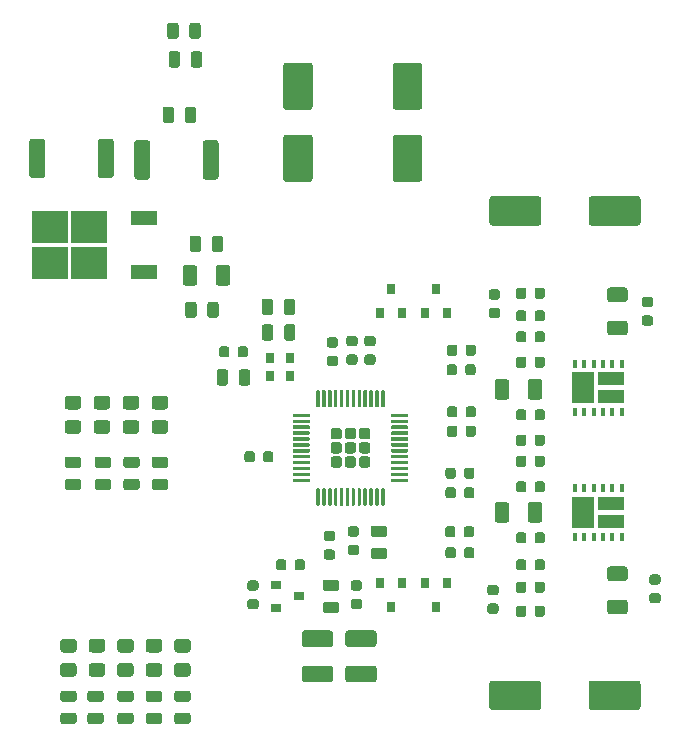
<source format=gbr>
G04 #@! TF.GenerationSoftware,KiCad,Pcbnew,(5.1.6)-1*
G04 #@! TF.CreationDate,2020-05-29T22:16:18+02:00*
G04 #@! TF.ProjectId,TMC51604Axis,544d4335-3136-4303-9441-7869732e6b69,rev?*
G04 #@! TF.SameCoordinates,Original*
G04 #@! TF.FileFunction,Paste,Top*
G04 #@! TF.FilePolarity,Positive*
%FSLAX46Y46*%
G04 Gerber Fmt 4.6, Leading zero omitted, Abs format (unit mm)*
G04 Created by KiCad (PCBNEW (5.1.6)-1) date 2020-05-29 22:16:18*
%MOMM*%
%LPD*%
G01*
G04 APERTURE LIST*
%ADD10R,0.650000X0.850000*%
%ADD11R,0.900000X0.800000*%
%ADD12C,0.100000*%
%ADD13R,0.400000X0.700000*%
%ADD14R,3.050000X2.750000*%
%ADD15R,2.200000X1.200000*%
%ADD16R,0.800000X0.900000*%
G04 APERTURE END LIST*
G36*
G01*
X102824500Y-101426000D02*
X103309500Y-101426000D01*
G75*
G02*
X103552000Y-101668500I0J-242500D01*
G01*
X103552000Y-102153500D01*
G75*
G02*
X103309500Y-102396000I-242500J0D01*
G01*
X102824500Y-102396000D01*
G75*
G02*
X102582000Y-102153500I0J242500D01*
G01*
X102582000Y-101668500D01*
G75*
G02*
X102824500Y-101426000I242500J0D01*
G01*
G37*
G36*
G01*
X104024500Y-101426000D02*
X104509500Y-101426000D01*
G75*
G02*
X104752000Y-101668500I0J-242500D01*
G01*
X104752000Y-102153500D01*
G75*
G02*
X104509500Y-102396000I-242500J0D01*
G01*
X104024500Y-102396000D01*
G75*
G02*
X103782000Y-102153500I0J242500D01*
G01*
X103782000Y-101668500D01*
G75*
G02*
X104024500Y-101426000I242500J0D01*
G01*
G37*
G36*
G01*
X105224500Y-101426000D02*
X105709500Y-101426000D01*
G75*
G02*
X105952000Y-101668500I0J-242500D01*
G01*
X105952000Y-102153500D01*
G75*
G02*
X105709500Y-102396000I-242500J0D01*
G01*
X105224500Y-102396000D01*
G75*
G02*
X104982000Y-102153500I0J242500D01*
G01*
X104982000Y-101668500D01*
G75*
G02*
X105224500Y-101426000I242500J0D01*
G01*
G37*
G36*
G01*
X102824500Y-100226000D02*
X103309500Y-100226000D01*
G75*
G02*
X103552000Y-100468500I0J-242500D01*
G01*
X103552000Y-100953500D01*
G75*
G02*
X103309500Y-101196000I-242500J0D01*
G01*
X102824500Y-101196000D01*
G75*
G02*
X102582000Y-100953500I0J242500D01*
G01*
X102582000Y-100468500D01*
G75*
G02*
X102824500Y-100226000I242500J0D01*
G01*
G37*
G36*
G01*
X104024500Y-100226000D02*
X104509500Y-100226000D01*
G75*
G02*
X104752000Y-100468500I0J-242500D01*
G01*
X104752000Y-100953500D01*
G75*
G02*
X104509500Y-101196000I-242500J0D01*
G01*
X104024500Y-101196000D01*
G75*
G02*
X103782000Y-100953500I0J242500D01*
G01*
X103782000Y-100468500D01*
G75*
G02*
X104024500Y-100226000I242500J0D01*
G01*
G37*
G36*
G01*
X105224500Y-100226000D02*
X105709500Y-100226000D01*
G75*
G02*
X105952000Y-100468500I0J-242500D01*
G01*
X105952000Y-100953500D01*
G75*
G02*
X105709500Y-101196000I-242500J0D01*
G01*
X105224500Y-101196000D01*
G75*
G02*
X104982000Y-100953500I0J242500D01*
G01*
X104982000Y-100468500D01*
G75*
G02*
X105224500Y-100226000I242500J0D01*
G01*
G37*
G36*
G01*
X102824500Y-99026000D02*
X103309500Y-99026000D01*
G75*
G02*
X103552000Y-99268500I0J-242500D01*
G01*
X103552000Y-99753500D01*
G75*
G02*
X103309500Y-99996000I-242500J0D01*
G01*
X102824500Y-99996000D01*
G75*
G02*
X102582000Y-99753500I0J242500D01*
G01*
X102582000Y-99268500D01*
G75*
G02*
X102824500Y-99026000I242500J0D01*
G01*
G37*
G36*
G01*
X104024500Y-99026000D02*
X104509500Y-99026000D01*
G75*
G02*
X104752000Y-99268500I0J-242500D01*
G01*
X104752000Y-99753500D01*
G75*
G02*
X104509500Y-99996000I-242500J0D01*
G01*
X104024500Y-99996000D01*
G75*
G02*
X103782000Y-99753500I0J242500D01*
G01*
X103782000Y-99268500D01*
G75*
G02*
X104024500Y-99026000I242500J0D01*
G01*
G37*
G36*
G01*
X105224500Y-99026000D02*
X105709500Y-99026000D01*
G75*
G02*
X105952000Y-99268500I0J-242500D01*
G01*
X105952000Y-99753500D01*
G75*
G02*
X105709500Y-99996000I-242500J0D01*
G01*
X105224500Y-99996000D01*
G75*
G02*
X104982000Y-99753500I0J242500D01*
G01*
X104982000Y-99268500D01*
G75*
G02*
X105224500Y-99026000I242500J0D01*
G01*
G37*
G36*
G01*
X107767000Y-97811000D02*
X109092000Y-97811000D01*
G75*
G02*
X109167000Y-97886000I0J-75000D01*
G01*
X109167000Y-98036000D01*
G75*
G02*
X109092000Y-98111000I-75000J0D01*
G01*
X107767000Y-98111000D01*
G75*
G02*
X107692000Y-98036000I0J75000D01*
G01*
X107692000Y-97886000D01*
G75*
G02*
X107767000Y-97811000I75000J0D01*
G01*
G37*
G36*
G01*
X107767000Y-98311000D02*
X109092000Y-98311000D01*
G75*
G02*
X109167000Y-98386000I0J-75000D01*
G01*
X109167000Y-98536000D01*
G75*
G02*
X109092000Y-98611000I-75000J0D01*
G01*
X107767000Y-98611000D01*
G75*
G02*
X107692000Y-98536000I0J75000D01*
G01*
X107692000Y-98386000D01*
G75*
G02*
X107767000Y-98311000I75000J0D01*
G01*
G37*
G36*
G01*
X107767000Y-98811000D02*
X109092000Y-98811000D01*
G75*
G02*
X109167000Y-98886000I0J-75000D01*
G01*
X109167000Y-99036000D01*
G75*
G02*
X109092000Y-99111000I-75000J0D01*
G01*
X107767000Y-99111000D01*
G75*
G02*
X107692000Y-99036000I0J75000D01*
G01*
X107692000Y-98886000D01*
G75*
G02*
X107767000Y-98811000I75000J0D01*
G01*
G37*
G36*
G01*
X107767000Y-99311000D02*
X109092000Y-99311000D01*
G75*
G02*
X109167000Y-99386000I0J-75000D01*
G01*
X109167000Y-99536000D01*
G75*
G02*
X109092000Y-99611000I-75000J0D01*
G01*
X107767000Y-99611000D01*
G75*
G02*
X107692000Y-99536000I0J75000D01*
G01*
X107692000Y-99386000D01*
G75*
G02*
X107767000Y-99311000I75000J0D01*
G01*
G37*
G36*
G01*
X107767000Y-99811000D02*
X109092000Y-99811000D01*
G75*
G02*
X109167000Y-99886000I0J-75000D01*
G01*
X109167000Y-100036000D01*
G75*
G02*
X109092000Y-100111000I-75000J0D01*
G01*
X107767000Y-100111000D01*
G75*
G02*
X107692000Y-100036000I0J75000D01*
G01*
X107692000Y-99886000D01*
G75*
G02*
X107767000Y-99811000I75000J0D01*
G01*
G37*
G36*
G01*
X107767000Y-100311000D02*
X109092000Y-100311000D01*
G75*
G02*
X109167000Y-100386000I0J-75000D01*
G01*
X109167000Y-100536000D01*
G75*
G02*
X109092000Y-100611000I-75000J0D01*
G01*
X107767000Y-100611000D01*
G75*
G02*
X107692000Y-100536000I0J75000D01*
G01*
X107692000Y-100386000D01*
G75*
G02*
X107767000Y-100311000I75000J0D01*
G01*
G37*
G36*
G01*
X107767000Y-100811000D02*
X109092000Y-100811000D01*
G75*
G02*
X109167000Y-100886000I0J-75000D01*
G01*
X109167000Y-101036000D01*
G75*
G02*
X109092000Y-101111000I-75000J0D01*
G01*
X107767000Y-101111000D01*
G75*
G02*
X107692000Y-101036000I0J75000D01*
G01*
X107692000Y-100886000D01*
G75*
G02*
X107767000Y-100811000I75000J0D01*
G01*
G37*
G36*
G01*
X107767000Y-101311000D02*
X109092000Y-101311000D01*
G75*
G02*
X109167000Y-101386000I0J-75000D01*
G01*
X109167000Y-101536000D01*
G75*
G02*
X109092000Y-101611000I-75000J0D01*
G01*
X107767000Y-101611000D01*
G75*
G02*
X107692000Y-101536000I0J75000D01*
G01*
X107692000Y-101386000D01*
G75*
G02*
X107767000Y-101311000I75000J0D01*
G01*
G37*
G36*
G01*
X107767000Y-101811000D02*
X109092000Y-101811000D01*
G75*
G02*
X109167000Y-101886000I0J-75000D01*
G01*
X109167000Y-102036000D01*
G75*
G02*
X109092000Y-102111000I-75000J0D01*
G01*
X107767000Y-102111000D01*
G75*
G02*
X107692000Y-102036000I0J75000D01*
G01*
X107692000Y-101886000D01*
G75*
G02*
X107767000Y-101811000I75000J0D01*
G01*
G37*
G36*
G01*
X107767000Y-102311000D02*
X109092000Y-102311000D01*
G75*
G02*
X109167000Y-102386000I0J-75000D01*
G01*
X109167000Y-102536000D01*
G75*
G02*
X109092000Y-102611000I-75000J0D01*
G01*
X107767000Y-102611000D01*
G75*
G02*
X107692000Y-102536000I0J75000D01*
G01*
X107692000Y-102386000D01*
G75*
G02*
X107767000Y-102311000I75000J0D01*
G01*
G37*
G36*
G01*
X107767000Y-102811000D02*
X109092000Y-102811000D01*
G75*
G02*
X109167000Y-102886000I0J-75000D01*
G01*
X109167000Y-103036000D01*
G75*
G02*
X109092000Y-103111000I-75000J0D01*
G01*
X107767000Y-103111000D01*
G75*
G02*
X107692000Y-103036000I0J75000D01*
G01*
X107692000Y-102886000D01*
G75*
G02*
X107767000Y-102811000I75000J0D01*
G01*
G37*
G36*
G01*
X107767000Y-103311000D02*
X109092000Y-103311000D01*
G75*
G02*
X109167000Y-103386000I0J-75000D01*
G01*
X109167000Y-103536000D01*
G75*
G02*
X109092000Y-103611000I-75000J0D01*
G01*
X107767000Y-103611000D01*
G75*
G02*
X107692000Y-103536000I0J75000D01*
G01*
X107692000Y-103386000D01*
G75*
G02*
X107767000Y-103311000I75000J0D01*
G01*
G37*
G36*
G01*
X106942000Y-104136000D02*
X107092000Y-104136000D01*
G75*
G02*
X107167000Y-104211000I0J-75000D01*
G01*
X107167000Y-105536000D01*
G75*
G02*
X107092000Y-105611000I-75000J0D01*
G01*
X106942000Y-105611000D01*
G75*
G02*
X106867000Y-105536000I0J75000D01*
G01*
X106867000Y-104211000D01*
G75*
G02*
X106942000Y-104136000I75000J0D01*
G01*
G37*
G36*
G01*
X106442000Y-104136000D02*
X106592000Y-104136000D01*
G75*
G02*
X106667000Y-104211000I0J-75000D01*
G01*
X106667000Y-105536000D01*
G75*
G02*
X106592000Y-105611000I-75000J0D01*
G01*
X106442000Y-105611000D01*
G75*
G02*
X106367000Y-105536000I0J75000D01*
G01*
X106367000Y-104211000D01*
G75*
G02*
X106442000Y-104136000I75000J0D01*
G01*
G37*
G36*
G01*
X105942000Y-104136000D02*
X106092000Y-104136000D01*
G75*
G02*
X106167000Y-104211000I0J-75000D01*
G01*
X106167000Y-105536000D01*
G75*
G02*
X106092000Y-105611000I-75000J0D01*
G01*
X105942000Y-105611000D01*
G75*
G02*
X105867000Y-105536000I0J75000D01*
G01*
X105867000Y-104211000D01*
G75*
G02*
X105942000Y-104136000I75000J0D01*
G01*
G37*
G36*
G01*
X105442000Y-104136000D02*
X105592000Y-104136000D01*
G75*
G02*
X105667000Y-104211000I0J-75000D01*
G01*
X105667000Y-105536000D01*
G75*
G02*
X105592000Y-105611000I-75000J0D01*
G01*
X105442000Y-105611000D01*
G75*
G02*
X105367000Y-105536000I0J75000D01*
G01*
X105367000Y-104211000D01*
G75*
G02*
X105442000Y-104136000I75000J0D01*
G01*
G37*
G36*
G01*
X104942000Y-104136000D02*
X105092000Y-104136000D01*
G75*
G02*
X105167000Y-104211000I0J-75000D01*
G01*
X105167000Y-105536000D01*
G75*
G02*
X105092000Y-105611000I-75000J0D01*
G01*
X104942000Y-105611000D01*
G75*
G02*
X104867000Y-105536000I0J75000D01*
G01*
X104867000Y-104211000D01*
G75*
G02*
X104942000Y-104136000I75000J0D01*
G01*
G37*
G36*
G01*
X104442000Y-104136000D02*
X104592000Y-104136000D01*
G75*
G02*
X104667000Y-104211000I0J-75000D01*
G01*
X104667000Y-105536000D01*
G75*
G02*
X104592000Y-105611000I-75000J0D01*
G01*
X104442000Y-105611000D01*
G75*
G02*
X104367000Y-105536000I0J75000D01*
G01*
X104367000Y-104211000D01*
G75*
G02*
X104442000Y-104136000I75000J0D01*
G01*
G37*
G36*
G01*
X103942000Y-104136000D02*
X104092000Y-104136000D01*
G75*
G02*
X104167000Y-104211000I0J-75000D01*
G01*
X104167000Y-105536000D01*
G75*
G02*
X104092000Y-105611000I-75000J0D01*
G01*
X103942000Y-105611000D01*
G75*
G02*
X103867000Y-105536000I0J75000D01*
G01*
X103867000Y-104211000D01*
G75*
G02*
X103942000Y-104136000I75000J0D01*
G01*
G37*
G36*
G01*
X103442000Y-104136000D02*
X103592000Y-104136000D01*
G75*
G02*
X103667000Y-104211000I0J-75000D01*
G01*
X103667000Y-105536000D01*
G75*
G02*
X103592000Y-105611000I-75000J0D01*
G01*
X103442000Y-105611000D01*
G75*
G02*
X103367000Y-105536000I0J75000D01*
G01*
X103367000Y-104211000D01*
G75*
G02*
X103442000Y-104136000I75000J0D01*
G01*
G37*
G36*
G01*
X102942000Y-104136000D02*
X103092000Y-104136000D01*
G75*
G02*
X103167000Y-104211000I0J-75000D01*
G01*
X103167000Y-105536000D01*
G75*
G02*
X103092000Y-105611000I-75000J0D01*
G01*
X102942000Y-105611000D01*
G75*
G02*
X102867000Y-105536000I0J75000D01*
G01*
X102867000Y-104211000D01*
G75*
G02*
X102942000Y-104136000I75000J0D01*
G01*
G37*
G36*
G01*
X102442000Y-104136000D02*
X102592000Y-104136000D01*
G75*
G02*
X102667000Y-104211000I0J-75000D01*
G01*
X102667000Y-105536000D01*
G75*
G02*
X102592000Y-105611000I-75000J0D01*
G01*
X102442000Y-105611000D01*
G75*
G02*
X102367000Y-105536000I0J75000D01*
G01*
X102367000Y-104211000D01*
G75*
G02*
X102442000Y-104136000I75000J0D01*
G01*
G37*
G36*
G01*
X101942000Y-104136000D02*
X102092000Y-104136000D01*
G75*
G02*
X102167000Y-104211000I0J-75000D01*
G01*
X102167000Y-105536000D01*
G75*
G02*
X102092000Y-105611000I-75000J0D01*
G01*
X101942000Y-105611000D01*
G75*
G02*
X101867000Y-105536000I0J75000D01*
G01*
X101867000Y-104211000D01*
G75*
G02*
X101942000Y-104136000I75000J0D01*
G01*
G37*
G36*
G01*
X101442000Y-104136000D02*
X101592000Y-104136000D01*
G75*
G02*
X101667000Y-104211000I0J-75000D01*
G01*
X101667000Y-105536000D01*
G75*
G02*
X101592000Y-105611000I-75000J0D01*
G01*
X101442000Y-105611000D01*
G75*
G02*
X101367000Y-105536000I0J75000D01*
G01*
X101367000Y-104211000D01*
G75*
G02*
X101442000Y-104136000I75000J0D01*
G01*
G37*
G36*
G01*
X99442000Y-103311000D02*
X100767000Y-103311000D01*
G75*
G02*
X100842000Y-103386000I0J-75000D01*
G01*
X100842000Y-103536000D01*
G75*
G02*
X100767000Y-103611000I-75000J0D01*
G01*
X99442000Y-103611000D01*
G75*
G02*
X99367000Y-103536000I0J75000D01*
G01*
X99367000Y-103386000D01*
G75*
G02*
X99442000Y-103311000I75000J0D01*
G01*
G37*
G36*
G01*
X99442000Y-102811000D02*
X100767000Y-102811000D01*
G75*
G02*
X100842000Y-102886000I0J-75000D01*
G01*
X100842000Y-103036000D01*
G75*
G02*
X100767000Y-103111000I-75000J0D01*
G01*
X99442000Y-103111000D01*
G75*
G02*
X99367000Y-103036000I0J75000D01*
G01*
X99367000Y-102886000D01*
G75*
G02*
X99442000Y-102811000I75000J0D01*
G01*
G37*
G36*
G01*
X99442000Y-102311000D02*
X100767000Y-102311000D01*
G75*
G02*
X100842000Y-102386000I0J-75000D01*
G01*
X100842000Y-102536000D01*
G75*
G02*
X100767000Y-102611000I-75000J0D01*
G01*
X99442000Y-102611000D01*
G75*
G02*
X99367000Y-102536000I0J75000D01*
G01*
X99367000Y-102386000D01*
G75*
G02*
X99442000Y-102311000I75000J0D01*
G01*
G37*
G36*
G01*
X99442000Y-101811000D02*
X100767000Y-101811000D01*
G75*
G02*
X100842000Y-101886000I0J-75000D01*
G01*
X100842000Y-102036000D01*
G75*
G02*
X100767000Y-102111000I-75000J0D01*
G01*
X99442000Y-102111000D01*
G75*
G02*
X99367000Y-102036000I0J75000D01*
G01*
X99367000Y-101886000D01*
G75*
G02*
X99442000Y-101811000I75000J0D01*
G01*
G37*
G36*
G01*
X99442000Y-101311000D02*
X100767000Y-101311000D01*
G75*
G02*
X100842000Y-101386000I0J-75000D01*
G01*
X100842000Y-101536000D01*
G75*
G02*
X100767000Y-101611000I-75000J0D01*
G01*
X99442000Y-101611000D01*
G75*
G02*
X99367000Y-101536000I0J75000D01*
G01*
X99367000Y-101386000D01*
G75*
G02*
X99442000Y-101311000I75000J0D01*
G01*
G37*
G36*
G01*
X99442000Y-100811000D02*
X100767000Y-100811000D01*
G75*
G02*
X100842000Y-100886000I0J-75000D01*
G01*
X100842000Y-101036000D01*
G75*
G02*
X100767000Y-101111000I-75000J0D01*
G01*
X99442000Y-101111000D01*
G75*
G02*
X99367000Y-101036000I0J75000D01*
G01*
X99367000Y-100886000D01*
G75*
G02*
X99442000Y-100811000I75000J0D01*
G01*
G37*
G36*
G01*
X99442000Y-100311000D02*
X100767000Y-100311000D01*
G75*
G02*
X100842000Y-100386000I0J-75000D01*
G01*
X100842000Y-100536000D01*
G75*
G02*
X100767000Y-100611000I-75000J0D01*
G01*
X99442000Y-100611000D01*
G75*
G02*
X99367000Y-100536000I0J75000D01*
G01*
X99367000Y-100386000D01*
G75*
G02*
X99442000Y-100311000I75000J0D01*
G01*
G37*
G36*
G01*
X99442000Y-99811000D02*
X100767000Y-99811000D01*
G75*
G02*
X100842000Y-99886000I0J-75000D01*
G01*
X100842000Y-100036000D01*
G75*
G02*
X100767000Y-100111000I-75000J0D01*
G01*
X99442000Y-100111000D01*
G75*
G02*
X99367000Y-100036000I0J75000D01*
G01*
X99367000Y-99886000D01*
G75*
G02*
X99442000Y-99811000I75000J0D01*
G01*
G37*
G36*
G01*
X99442000Y-99311000D02*
X100767000Y-99311000D01*
G75*
G02*
X100842000Y-99386000I0J-75000D01*
G01*
X100842000Y-99536000D01*
G75*
G02*
X100767000Y-99611000I-75000J0D01*
G01*
X99442000Y-99611000D01*
G75*
G02*
X99367000Y-99536000I0J75000D01*
G01*
X99367000Y-99386000D01*
G75*
G02*
X99442000Y-99311000I75000J0D01*
G01*
G37*
G36*
G01*
X99442000Y-98811000D02*
X100767000Y-98811000D01*
G75*
G02*
X100842000Y-98886000I0J-75000D01*
G01*
X100842000Y-99036000D01*
G75*
G02*
X100767000Y-99111000I-75000J0D01*
G01*
X99442000Y-99111000D01*
G75*
G02*
X99367000Y-99036000I0J75000D01*
G01*
X99367000Y-98886000D01*
G75*
G02*
X99442000Y-98811000I75000J0D01*
G01*
G37*
G36*
G01*
X99442000Y-98311000D02*
X100767000Y-98311000D01*
G75*
G02*
X100842000Y-98386000I0J-75000D01*
G01*
X100842000Y-98536000D01*
G75*
G02*
X100767000Y-98611000I-75000J0D01*
G01*
X99442000Y-98611000D01*
G75*
G02*
X99367000Y-98536000I0J75000D01*
G01*
X99367000Y-98386000D01*
G75*
G02*
X99442000Y-98311000I75000J0D01*
G01*
G37*
G36*
G01*
X99442000Y-97811000D02*
X100767000Y-97811000D01*
G75*
G02*
X100842000Y-97886000I0J-75000D01*
G01*
X100842000Y-98036000D01*
G75*
G02*
X100767000Y-98111000I-75000J0D01*
G01*
X99442000Y-98111000D01*
G75*
G02*
X99367000Y-98036000I0J75000D01*
G01*
X99367000Y-97886000D01*
G75*
G02*
X99442000Y-97811000I75000J0D01*
G01*
G37*
G36*
G01*
X101442000Y-95811000D02*
X101592000Y-95811000D01*
G75*
G02*
X101667000Y-95886000I0J-75000D01*
G01*
X101667000Y-97211000D01*
G75*
G02*
X101592000Y-97286000I-75000J0D01*
G01*
X101442000Y-97286000D01*
G75*
G02*
X101367000Y-97211000I0J75000D01*
G01*
X101367000Y-95886000D01*
G75*
G02*
X101442000Y-95811000I75000J0D01*
G01*
G37*
G36*
G01*
X101942000Y-95811000D02*
X102092000Y-95811000D01*
G75*
G02*
X102167000Y-95886000I0J-75000D01*
G01*
X102167000Y-97211000D01*
G75*
G02*
X102092000Y-97286000I-75000J0D01*
G01*
X101942000Y-97286000D01*
G75*
G02*
X101867000Y-97211000I0J75000D01*
G01*
X101867000Y-95886000D01*
G75*
G02*
X101942000Y-95811000I75000J0D01*
G01*
G37*
G36*
G01*
X102442000Y-95811000D02*
X102592000Y-95811000D01*
G75*
G02*
X102667000Y-95886000I0J-75000D01*
G01*
X102667000Y-97211000D01*
G75*
G02*
X102592000Y-97286000I-75000J0D01*
G01*
X102442000Y-97286000D01*
G75*
G02*
X102367000Y-97211000I0J75000D01*
G01*
X102367000Y-95886000D01*
G75*
G02*
X102442000Y-95811000I75000J0D01*
G01*
G37*
G36*
G01*
X102942000Y-95811000D02*
X103092000Y-95811000D01*
G75*
G02*
X103167000Y-95886000I0J-75000D01*
G01*
X103167000Y-97211000D01*
G75*
G02*
X103092000Y-97286000I-75000J0D01*
G01*
X102942000Y-97286000D01*
G75*
G02*
X102867000Y-97211000I0J75000D01*
G01*
X102867000Y-95886000D01*
G75*
G02*
X102942000Y-95811000I75000J0D01*
G01*
G37*
G36*
G01*
X103442000Y-95811000D02*
X103592000Y-95811000D01*
G75*
G02*
X103667000Y-95886000I0J-75000D01*
G01*
X103667000Y-97211000D01*
G75*
G02*
X103592000Y-97286000I-75000J0D01*
G01*
X103442000Y-97286000D01*
G75*
G02*
X103367000Y-97211000I0J75000D01*
G01*
X103367000Y-95886000D01*
G75*
G02*
X103442000Y-95811000I75000J0D01*
G01*
G37*
G36*
G01*
X103942000Y-95811000D02*
X104092000Y-95811000D01*
G75*
G02*
X104167000Y-95886000I0J-75000D01*
G01*
X104167000Y-97211000D01*
G75*
G02*
X104092000Y-97286000I-75000J0D01*
G01*
X103942000Y-97286000D01*
G75*
G02*
X103867000Y-97211000I0J75000D01*
G01*
X103867000Y-95886000D01*
G75*
G02*
X103942000Y-95811000I75000J0D01*
G01*
G37*
G36*
G01*
X104442000Y-95811000D02*
X104592000Y-95811000D01*
G75*
G02*
X104667000Y-95886000I0J-75000D01*
G01*
X104667000Y-97211000D01*
G75*
G02*
X104592000Y-97286000I-75000J0D01*
G01*
X104442000Y-97286000D01*
G75*
G02*
X104367000Y-97211000I0J75000D01*
G01*
X104367000Y-95886000D01*
G75*
G02*
X104442000Y-95811000I75000J0D01*
G01*
G37*
G36*
G01*
X104942000Y-95811000D02*
X105092000Y-95811000D01*
G75*
G02*
X105167000Y-95886000I0J-75000D01*
G01*
X105167000Y-97211000D01*
G75*
G02*
X105092000Y-97286000I-75000J0D01*
G01*
X104942000Y-97286000D01*
G75*
G02*
X104867000Y-97211000I0J75000D01*
G01*
X104867000Y-95886000D01*
G75*
G02*
X104942000Y-95811000I75000J0D01*
G01*
G37*
G36*
G01*
X105442000Y-95811000D02*
X105592000Y-95811000D01*
G75*
G02*
X105667000Y-95886000I0J-75000D01*
G01*
X105667000Y-97211000D01*
G75*
G02*
X105592000Y-97286000I-75000J0D01*
G01*
X105442000Y-97286000D01*
G75*
G02*
X105367000Y-97211000I0J75000D01*
G01*
X105367000Y-95886000D01*
G75*
G02*
X105442000Y-95811000I75000J0D01*
G01*
G37*
G36*
G01*
X105942000Y-95811000D02*
X106092000Y-95811000D01*
G75*
G02*
X106167000Y-95886000I0J-75000D01*
G01*
X106167000Y-97211000D01*
G75*
G02*
X106092000Y-97286000I-75000J0D01*
G01*
X105942000Y-97286000D01*
G75*
G02*
X105867000Y-97211000I0J75000D01*
G01*
X105867000Y-95886000D01*
G75*
G02*
X105942000Y-95811000I75000J0D01*
G01*
G37*
G36*
G01*
X106442000Y-95811000D02*
X106592000Y-95811000D01*
G75*
G02*
X106667000Y-95886000I0J-75000D01*
G01*
X106667000Y-97211000D01*
G75*
G02*
X106592000Y-97286000I-75000J0D01*
G01*
X106442000Y-97286000D01*
G75*
G02*
X106367000Y-97211000I0J75000D01*
G01*
X106367000Y-95886000D01*
G75*
G02*
X106442000Y-95811000I75000J0D01*
G01*
G37*
G36*
G01*
X106942000Y-95811000D02*
X107092000Y-95811000D01*
G75*
G02*
X107167000Y-95886000I0J-75000D01*
G01*
X107167000Y-97211000D01*
G75*
G02*
X107092000Y-97286000I-75000J0D01*
G01*
X106942000Y-97286000D01*
G75*
G02*
X106867000Y-97211000I0J75000D01*
G01*
X106867000Y-95886000D01*
G75*
G02*
X106942000Y-95811000I75000J0D01*
G01*
G37*
G36*
G01*
X94711000Y-92839250D02*
X94711000Y-92326750D01*
G75*
G02*
X94929750Y-92108000I218750J0D01*
G01*
X95367250Y-92108000D01*
G75*
G02*
X95586000Y-92326750I0J-218750D01*
G01*
X95586000Y-92839250D01*
G75*
G02*
X95367250Y-93058000I-218750J0D01*
G01*
X94929750Y-93058000D01*
G75*
G02*
X94711000Y-92839250I0J218750D01*
G01*
G37*
G36*
G01*
X93136000Y-92839250D02*
X93136000Y-92326750D01*
G75*
G02*
X93354750Y-92108000I218750J0D01*
G01*
X93792250Y-92108000D01*
G75*
G02*
X94011000Y-92326750I0J-218750D01*
G01*
X94011000Y-92839250D01*
G75*
G02*
X93792250Y-93058000I-218750J0D01*
G01*
X93354750Y-93058000D01*
G75*
G02*
X93136000Y-92839250I0J218750D01*
G01*
G37*
G36*
G01*
X94811000Y-95198250D02*
X94811000Y-94285750D01*
G75*
G02*
X95054750Y-94042000I243750J0D01*
G01*
X95542250Y-94042000D01*
G75*
G02*
X95786000Y-94285750I0J-243750D01*
G01*
X95786000Y-95198250D01*
G75*
G02*
X95542250Y-95442000I-243750J0D01*
G01*
X95054750Y-95442000D01*
G75*
G02*
X94811000Y-95198250I0J243750D01*
G01*
G37*
G36*
G01*
X92936000Y-95198250D02*
X92936000Y-94285750D01*
G75*
G02*
X93179750Y-94042000I243750J0D01*
G01*
X93667250Y-94042000D01*
G75*
G02*
X93911000Y-94285750I0J-243750D01*
G01*
X93911000Y-95198250D01*
G75*
G02*
X93667250Y-95442000I-243750J0D01*
G01*
X93179750Y-95442000D01*
G75*
G02*
X92936000Y-95198250I0J243750D01*
G01*
G37*
G36*
G01*
X98621000Y-89229250D02*
X98621000Y-88316750D01*
G75*
G02*
X98864750Y-88073000I243750J0D01*
G01*
X99352250Y-88073000D01*
G75*
G02*
X99596000Y-88316750I0J-243750D01*
G01*
X99596000Y-89229250D01*
G75*
G02*
X99352250Y-89473000I-243750J0D01*
G01*
X98864750Y-89473000D01*
G75*
G02*
X98621000Y-89229250I0J243750D01*
G01*
G37*
G36*
G01*
X96746000Y-89229250D02*
X96746000Y-88316750D01*
G75*
G02*
X96989750Y-88073000I243750J0D01*
G01*
X97477250Y-88073000D01*
G75*
G02*
X97721000Y-88316750I0J-243750D01*
G01*
X97721000Y-89229250D01*
G75*
G02*
X97477250Y-89473000I-243750J0D01*
G01*
X96989750Y-89473000D01*
G75*
G02*
X96746000Y-89229250I0J243750D01*
G01*
G37*
D10*
X97473000Y-93078000D03*
X99123000Y-93078000D03*
X99123000Y-94628000D03*
X97473000Y-94628000D03*
G36*
G01*
X97735000Y-90475750D02*
X97735000Y-91388250D01*
G75*
G02*
X97491250Y-91632000I-243750J0D01*
G01*
X97003750Y-91632000D01*
G75*
G02*
X96760000Y-91388250I0J243750D01*
G01*
X96760000Y-90475750D01*
G75*
G02*
X97003750Y-90232000I243750J0D01*
G01*
X97491250Y-90232000D01*
G75*
G02*
X97735000Y-90475750I0J-243750D01*
G01*
G37*
G36*
G01*
X99610000Y-90475750D02*
X99610000Y-91388250D01*
G75*
G02*
X99366250Y-91632000I-243750J0D01*
G01*
X98878750Y-91632000D01*
G75*
G02*
X98635000Y-91388250I0J243750D01*
G01*
X98635000Y-90475750D01*
G75*
G02*
X98878750Y-90232000I243750J0D01*
G01*
X99366250Y-90232000D01*
G75*
G02*
X99610000Y-90475750I0J-243750D01*
G01*
G37*
G36*
G01*
X88086250Y-122232000D02*
X87173750Y-122232000D01*
G75*
G02*
X86930000Y-121988250I0J243750D01*
G01*
X86930000Y-121500750D01*
G75*
G02*
X87173750Y-121257000I243750J0D01*
G01*
X88086250Y-121257000D01*
G75*
G02*
X88330000Y-121500750I0J-243750D01*
G01*
X88330000Y-121988250D01*
G75*
G02*
X88086250Y-122232000I-243750J0D01*
G01*
G37*
G36*
G01*
X88086250Y-124107000D02*
X87173750Y-124107000D01*
G75*
G02*
X86930000Y-123863250I0J243750D01*
G01*
X86930000Y-123375750D01*
G75*
G02*
X87173750Y-123132000I243750J0D01*
G01*
X88086250Y-123132000D01*
G75*
G02*
X88330000Y-123375750I0J-243750D01*
G01*
X88330000Y-123863250D01*
G75*
G02*
X88086250Y-124107000I-243750J0D01*
G01*
G37*
G36*
G01*
X85673250Y-122232000D02*
X84760750Y-122232000D01*
G75*
G02*
X84517000Y-121988250I0J243750D01*
G01*
X84517000Y-121500750D01*
G75*
G02*
X84760750Y-121257000I243750J0D01*
G01*
X85673250Y-121257000D01*
G75*
G02*
X85917000Y-121500750I0J-243750D01*
G01*
X85917000Y-121988250D01*
G75*
G02*
X85673250Y-122232000I-243750J0D01*
G01*
G37*
G36*
G01*
X85673250Y-124107000D02*
X84760750Y-124107000D01*
G75*
G02*
X84517000Y-123863250I0J243750D01*
G01*
X84517000Y-123375750D01*
G75*
G02*
X84760750Y-123132000I243750J0D01*
G01*
X85673250Y-123132000D01*
G75*
G02*
X85917000Y-123375750I0J-243750D01*
G01*
X85917000Y-123863250D01*
G75*
G02*
X85673250Y-124107000I-243750J0D01*
G01*
G37*
G36*
G01*
X80847250Y-122232000D02*
X79934750Y-122232000D01*
G75*
G02*
X79691000Y-121988250I0J243750D01*
G01*
X79691000Y-121500750D01*
G75*
G02*
X79934750Y-121257000I243750J0D01*
G01*
X80847250Y-121257000D01*
G75*
G02*
X81091000Y-121500750I0J-243750D01*
G01*
X81091000Y-121988250D01*
G75*
G02*
X80847250Y-122232000I-243750J0D01*
G01*
G37*
G36*
G01*
X80847250Y-124107000D02*
X79934750Y-124107000D01*
G75*
G02*
X79691000Y-123863250I0J243750D01*
G01*
X79691000Y-123375750D01*
G75*
G02*
X79934750Y-123132000I243750J0D01*
G01*
X80847250Y-123132000D01*
G75*
G02*
X81091000Y-123375750I0J-243750D01*
G01*
X81091000Y-123863250D01*
G75*
G02*
X80847250Y-124107000I-243750J0D01*
G01*
G37*
G36*
G01*
X83133250Y-122232000D02*
X82220750Y-122232000D01*
G75*
G02*
X81977000Y-121988250I0J243750D01*
G01*
X81977000Y-121500750D01*
G75*
G02*
X82220750Y-121257000I243750J0D01*
G01*
X83133250Y-121257000D01*
G75*
G02*
X83377000Y-121500750I0J-243750D01*
G01*
X83377000Y-121988250D01*
G75*
G02*
X83133250Y-122232000I-243750J0D01*
G01*
G37*
G36*
G01*
X83133250Y-124107000D02*
X82220750Y-124107000D01*
G75*
G02*
X81977000Y-123863250I0J243750D01*
G01*
X81977000Y-123375750D01*
G75*
G02*
X82220750Y-123132000I243750J0D01*
G01*
X83133250Y-123132000D01*
G75*
G02*
X83377000Y-123375750I0J-243750D01*
G01*
X83377000Y-123863250D01*
G75*
G02*
X83133250Y-124107000I-243750J0D01*
G01*
G37*
G36*
G01*
X90499250Y-122232000D02*
X89586750Y-122232000D01*
G75*
G02*
X89343000Y-121988250I0J243750D01*
G01*
X89343000Y-121500750D01*
G75*
G02*
X89586750Y-121257000I243750J0D01*
G01*
X90499250Y-121257000D01*
G75*
G02*
X90743000Y-121500750I0J-243750D01*
G01*
X90743000Y-121988250D01*
G75*
G02*
X90499250Y-122232000I-243750J0D01*
G01*
G37*
G36*
G01*
X90499250Y-124107000D02*
X89586750Y-124107000D01*
G75*
G02*
X89343000Y-123863250I0J243750D01*
G01*
X89343000Y-123375750D01*
G75*
G02*
X89586750Y-123132000I243750J0D01*
G01*
X90499250Y-123132000D01*
G75*
G02*
X90743000Y-123375750I0J-243750D01*
G01*
X90743000Y-123863250D01*
G75*
G02*
X90499250Y-124107000I-243750J0D01*
G01*
G37*
G36*
G01*
X83768250Y-102420000D02*
X82855750Y-102420000D01*
G75*
G02*
X82612000Y-102176250I0J243750D01*
G01*
X82612000Y-101688750D01*
G75*
G02*
X82855750Y-101445000I243750J0D01*
G01*
X83768250Y-101445000D01*
G75*
G02*
X84012000Y-101688750I0J-243750D01*
G01*
X84012000Y-102176250D01*
G75*
G02*
X83768250Y-102420000I-243750J0D01*
G01*
G37*
G36*
G01*
X83768250Y-104295000D02*
X82855750Y-104295000D01*
G75*
G02*
X82612000Y-104051250I0J243750D01*
G01*
X82612000Y-103563750D01*
G75*
G02*
X82855750Y-103320000I243750J0D01*
G01*
X83768250Y-103320000D01*
G75*
G02*
X84012000Y-103563750I0J-243750D01*
G01*
X84012000Y-104051250D01*
G75*
G02*
X83768250Y-104295000I-243750J0D01*
G01*
G37*
G36*
G01*
X88594250Y-102420000D02*
X87681750Y-102420000D01*
G75*
G02*
X87438000Y-102176250I0J243750D01*
G01*
X87438000Y-101688750D01*
G75*
G02*
X87681750Y-101445000I243750J0D01*
G01*
X88594250Y-101445000D01*
G75*
G02*
X88838000Y-101688750I0J-243750D01*
G01*
X88838000Y-102176250D01*
G75*
G02*
X88594250Y-102420000I-243750J0D01*
G01*
G37*
G36*
G01*
X88594250Y-104295000D02*
X87681750Y-104295000D01*
G75*
G02*
X87438000Y-104051250I0J243750D01*
G01*
X87438000Y-103563750D01*
G75*
G02*
X87681750Y-103320000I243750J0D01*
G01*
X88594250Y-103320000D01*
G75*
G02*
X88838000Y-103563750I0J-243750D01*
G01*
X88838000Y-104051250D01*
G75*
G02*
X88594250Y-104295000I-243750J0D01*
G01*
G37*
G36*
G01*
X86181250Y-102420000D02*
X85268750Y-102420000D01*
G75*
G02*
X85025000Y-102176250I0J243750D01*
G01*
X85025000Y-101688750D01*
G75*
G02*
X85268750Y-101445000I243750J0D01*
G01*
X86181250Y-101445000D01*
G75*
G02*
X86425000Y-101688750I0J-243750D01*
G01*
X86425000Y-102176250D01*
G75*
G02*
X86181250Y-102420000I-243750J0D01*
G01*
G37*
G36*
G01*
X86181250Y-104295000D02*
X85268750Y-104295000D01*
G75*
G02*
X85025000Y-104051250I0J243750D01*
G01*
X85025000Y-103563750D01*
G75*
G02*
X85268750Y-103320000I243750J0D01*
G01*
X86181250Y-103320000D01*
G75*
G02*
X86425000Y-103563750I0J-243750D01*
G01*
X86425000Y-104051250D01*
G75*
G02*
X86181250Y-104295000I-243750J0D01*
G01*
G37*
G36*
G01*
X81228250Y-102420000D02*
X80315750Y-102420000D01*
G75*
G02*
X80072000Y-102176250I0J243750D01*
G01*
X80072000Y-101688750D01*
G75*
G02*
X80315750Y-101445000I243750J0D01*
G01*
X81228250Y-101445000D01*
G75*
G02*
X81472000Y-101688750I0J-243750D01*
G01*
X81472000Y-102176250D01*
G75*
G02*
X81228250Y-102420000I-243750J0D01*
G01*
G37*
G36*
G01*
X81228250Y-104295000D02*
X80315750Y-104295000D01*
G75*
G02*
X80072000Y-104051250I0J243750D01*
G01*
X80072000Y-103563750D01*
G75*
G02*
X80315750Y-103320000I243750J0D01*
G01*
X81228250Y-103320000D01*
G75*
G02*
X81472000Y-103563750I0J-243750D01*
G01*
X81472000Y-104051250D01*
G75*
G02*
X81228250Y-104295000I-243750J0D01*
G01*
G37*
G36*
G01*
X102159750Y-113734000D02*
X103072250Y-113734000D01*
G75*
G02*
X103316000Y-113977750I0J-243750D01*
G01*
X103316000Y-114465250D01*
G75*
G02*
X103072250Y-114709000I-243750J0D01*
G01*
X102159750Y-114709000D01*
G75*
G02*
X101916000Y-114465250I0J243750D01*
G01*
X101916000Y-113977750D01*
G75*
G02*
X102159750Y-113734000I243750J0D01*
G01*
G37*
G36*
G01*
X102159750Y-111859000D02*
X103072250Y-111859000D01*
G75*
G02*
X103316000Y-112102750I0J-243750D01*
G01*
X103316000Y-112590250D01*
G75*
G02*
X103072250Y-112834000I-243750J0D01*
G01*
X102159750Y-112834000D01*
G75*
G02*
X101916000Y-112590250I0J243750D01*
G01*
X101916000Y-112102750D01*
G75*
G02*
X102159750Y-111859000I243750J0D01*
G01*
G37*
G36*
G01*
X90620000Y-65861250D02*
X90620000Y-64948750D01*
G75*
G02*
X90863750Y-64705000I243750J0D01*
G01*
X91351250Y-64705000D01*
G75*
G02*
X91595000Y-64948750I0J-243750D01*
G01*
X91595000Y-65861250D01*
G75*
G02*
X91351250Y-66105000I-243750J0D01*
G01*
X90863750Y-66105000D01*
G75*
G02*
X90620000Y-65861250I0J243750D01*
G01*
G37*
G36*
G01*
X88745000Y-65861250D02*
X88745000Y-64948750D01*
G75*
G02*
X88988750Y-64705000I243750J0D01*
G01*
X89476250Y-64705000D01*
G75*
G02*
X89720000Y-64948750I0J-243750D01*
G01*
X89720000Y-65861250D01*
G75*
G02*
X89476250Y-66105000I-243750J0D01*
G01*
X88988750Y-66105000D01*
G75*
G02*
X88745000Y-65861250I0J243750D01*
G01*
G37*
G36*
G01*
X92144000Y-89483250D02*
X92144000Y-88570750D01*
G75*
G02*
X92387750Y-88327000I243750J0D01*
G01*
X92875250Y-88327000D01*
G75*
G02*
X93119000Y-88570750I0J-243750D01*
G01*
X93119000Y-89483250D01*
G75*
G02*
X92875250Y-89727000I-243750J0D01*
G01*
X92387750Y-89727000D01*
G75*
G02*
X92144000Y-89483250I0J243750D01*
G01*
G37*
G36*
G01*
X90269000Y-89483250D02*
X90269000Y-88570750D01*
G75*
G02*
X90512750Y-88327000I243750J0D01*
G01*
X91000250Y-88327000D01*
G75*
G02*
X91244000Y-88570750I0J-243750D01*
G01*
X91244000Y-89483250D01*
G75*
G02*
X91000250Y-89727000I-243750J0D01*
G01*
X90512750Y-89727000D01*
G75*
G02*
X90269000Y-89483250I0J243750D01*
G01*
G37*
G36*
G01*
X107136250Y-108262000D02*
X106223750Y-108262000D01*
G75*
G02*
X105980000Y-108018250I0J243750D01*
G01*
X105980000Y-107530750D01*
G75*
G02*
X106223750Y-107287000I243750J0D01*
G01*
X107136250Y-107287000D01*
G75*
G02*
X107380000Y-107530750I0J-243750D01*
G01*
X107380000Y-108018250D01*
G75*
G02*
X107136250Y-108262000I-243750J0D01*
G01*
G37*
G36*
G01*
X107136250Y-110137000D02*
X106223750Y-110137000D01*
G75*
G02*
X105980000Y-109893250I0J243750D01*
G01*
X105980000Y-109405750D01*
G75*
G02*
X106223750Y-109162000I243750J0D01*
G01*
X107136250Y-109162000D01*
G75*
G02*
X107380000Y-109405750I0J-243750D01*
G01*
X107380000Y-109893250D01*
G75*
G02*
X107136250Y-110137000I-243750J0D01*
G01*
G37*
G36*
G01*
X91625000Y-82982750D02*
X91625000Y-83895250D01*
G75*
G02*
X91381250Y-84139000I-243750J0D01*
G01*
X90893750Y-84139000D01*
G75*
G02*
X90650000Y-83895250I0J243750D01*
G01*
X90650000Y-82982750D01*
G75*
G02*
X90893750Y-82739000I243750J0D01*
G01*
X91381250Y-82739000D01*
G75*
G02*
X91625000Y-82982750I0J-243750D01*
G01*
G37*
G36*
G01*
X93500000Y-82982750D02*
X93500000Y-83895250D01*
G75*
G02*
X93256250Y-84139000I-243750J0D01*
G01*
X92768750Y-84139000D01*
G75*
G02*
X92525000Y-83895250I0J243750D01*
G01*
X92525000Y-82982750D01*
G75*
G02*
X92768750Y-82739000I243750J0D01*
G01*
X93256250Y-82739000D01*
G75*
G02*
X93500000Y-82982750I0J-243750D01*
G01*
G37*
G36*
G01*
X89339000Y-72060750D02*
X89339000Y-72973250D01*
G75*
G02*
X89095250Y-73217000I-243750J0D01*
G01*
X88607750Y-73217000D01*
G75*
G02*
X88364000Y-72973250I0J243750D01*
G01*
X88364000Y-72060750D01*
G75*
G02*
X88607750Y-71817000I243750J0D01*
G01*
X89095250Y-71817000D01*
G75*
G02*
X89339000Y-72060750I0J-243750D01*
G01*
G37*
G36*
G01*
X91214000Y-72060750D02*
X91214000Y-72973250D01*
G75*
G02*
X90970250Y-73217000I-243750J0D01*
G01*
X90482750Y-73217000D01*
G75*
G02*
X90239000Y-72973250I0J243750D01*
G01*
X90239000Y-72060750D01*
G75*
G02*
X90482750Y-71817000I243750J0D01*
G01*
X90970250Y-71817000D01*
G75*
G02*
X91214000Y-72060750I0J-243750D01*
G01*
G37*
G36*
G01*
X104264750Y-108935000D02*
X104777250Y-108935000D01*
G75*
G02*
X104996000Y-109153750I0J-218750D01*
G01*
X104996000Y-109591250D01*
G75*
G02*
X104777250Y-109810000I-218750J0D01*
G01*
X104264750Y-109810000D01*
G75*
G02*
X104046000Y-109591250I0J218750D01*
G01*
X104046000Y-109153750D01*
G75*
G02*
X104264750Y-108935000I218750J0D01*
G01*
G37*
G36*
G01*
X104264750Y-107360000D02*
X104777250Y-107360000D01*
G75*
G02*
X104996000Y-107578750I0J-218750D01*
G01*
X104996000Y-108016250D01*
G75*
G02*
X104777250Y-108235000I-218750J0D01*
G01*
X104264750Y-108235000D01*
G75*
G02*
X104046000Y-108016250I0J218750D01*
G01*
X104046000Y-107578750D01*
G75*
G02*
X104264750Y-107360000I218750J0D01*
G01*
G37*
G36*
G01*
X104518750Y-113507000D02*
X105031250Y-113507000D01*
G75*
G02*
X105250000Y-113725750I0J-218750D01*
G01*
X105250000Y-114163250D01*
G75*
G02*
X105031250Y-114382000I-218750J0D01*
G01*
X104518750Y-114382000D01*
G75*
G02*
X104300000Y-114163250I0J218750D01*
G01*
X104300000Y-113725750D01*
G75*
G02*
X104518750Y-113507000I218750J0D01*
G01*
G37*
G36*
G01*
X104518750Y-111932000D02*
X105031250Y-111932000D01*
G75*
G02*
X105250000Y-112150750I0J-218750D01*
G01*
X105250000Y-112588250D01*
G75*
G02*
X105031250Y-112807000I-218750J0D01*
G01*
X104518750Y-112807000D01*
G75*
G02*
X104300000Y-112588250I0J218750D01*
G01*
X104300000Y-112150750D01*
G75*
G02*
X104518750Y-111932000I218750J0D01*
G01*
G37*
G36*
G01*
X113315000Y-99057750D02*
X113315000Y-99570250D01*
G75*
G02*
X113096250Y-99789000I-218750J0D01*
G01*
X112658750Y-99789000D01*
G75*
G02*
X112440000Y-99570250I0J218750D01*
G01*
X112440000Y-99057750D01*
G75*
G02*
X112658750Y-98839000I218750J0D01*
G01*
X113096250Y-98839000D01*
G75*
G02*
X113315000Y-99057750I0J-218750D01*
G01*
G37*
G36*
G01*
X114890000Y-99057750D02*
X114890000Y-99570250D01*
G75*
G02*
X114671250Y-99789000I-218750J0D01*
G01*
X114233750Y-99789000D01*
G75*
G02*
X114015000Y-99570250I0J218750D01*
G01*
X114015000Y-99057750D01*
G75*
G02*
X114233750Y-98839000I218750J0D01*
G01*
X114671250Y-98839000D01*
G75*
G02*
X114890000Y-99057750I0J-218750D01*
G01*
G37*
G36*
G01*
X106174250Y-92106000D02*
X105661750Y-92106000D01*
G75*
G02*
X105443000Y-91887250I0J218750D01*
G01*
X105443000Y-91449750D01*
G75*
G02*
X105661750Y-91231000I218750J0D01*
G01*
X106174250Y-91231000D01*
G75*
G02*
X106393000Y-91449750I0J-218750D01*
G01*
X106393000Y-91887250D01*
G75*
G02*
X106174250Y-92106000I-218750J0D01*
G01*
G37*
G36*
G01*
X106174250Y-93681000D02*
X105661750Y-93681000D01*
G75*
G02*
X105443000Y-93462250I0J218750D01*
G01*
X105443000Y-93024750D01*
G75*
G02*
X105661750Y-92806000I218750J0D01*
G01*
X106174250Y-92806000D01*
G75*
G02*
X106393000Y-93024750I0J-218750D01*
G01*
X106393000Y-93462250D01*
G75*
G02*
X106174250Y-93681000I-218750J0D01*
G01*
G37*
G36*
G01*
X113315000Y-92199750D02*
X113315000Y-92712250D01*
G75*
G02*
X113096250Y-92931000I-218750J0D01*
G01*
X112658750Y-92931000D01*
G75*
G02*
X112440000Y-92712250I0J218750D01*
G01*
X112440000Y-92199750D01*
G75*
G02*
X112658750Y-91981000I218750J0D01*
G01*
X113096250Y-91981000D01*
G75*
G02*
X113315000Y-92199750I0J-218750D01*
G01*
G37*
G36*
G01*
X114890000Y-92199750D02*
X114890000Y-92712250D01*
G75*
G02*
X114671250Y-92931000I-218750J0D01*
G01*
X114233750Y-92931000D01*
G75*
G02*
X114015000Y-92712250I0J218750D01*
G01*
X114015000Y-92199750D01*
G75*
G02*
X114233750Y-91981000I218750J0D01*
G01*
X114671250Y-91981000D01*
G75*
G02*
X114890000Y-92199750I0J-218750D01*
G01*
G37*
G36*
G01*
X104650250Y-92106000D02*
X104137750Y-92106000D01*
G75*
G02*
X103919000Y-91887250I0J218750D01*
G01*
X103919000Y-91449750D01*
G75*
G02*
X104137750Y-91231000I218750J0D01*
G01*
X104650250Y-91231000D01*
G75*
G02*
X104869000Y-91449750I0J-218750D01*
G01*
X104869000Y-91887250D01*
G75*
G02*
X104650250Y-92106000I-218750J0D01*
G01*
G37*
G36*
G01*
X104650250Y-93681000D02*
X104137750Y-93681000D01*
G75*
G02*
X103919000Y-93462250I0J218750D01*
G01*
X103919000Y-93024750D01*
G75*
G02*
X104137750Y-92806000I218750J0D01*
G01*
X104650250Y-92806000D01*
G75*
G02*
X104869000Y-93024750I0J-218750D01*
G01*
X104869000Y-93462250D01*
G75*
G02*
X104650250Y-93681000I-218750J0D01*
G01*
G37*
G36*
G01*
X102232750Y-109316000D02*
X102745250Y-109316000D01*
G75*
G02*
X102964000Y-109534750I0J-218750D01*
G01*
X102964000Y-109972250D01*
G75*
G02*
X102745250Y-110191000I-218750J0D01*
G01*
X102232750Y-110191000D01*
G75*
G02*
X102014000Y-109972250I0J218750D01*
G01*
X102014000Y-109534750D01*
G75*
G02*
X102232750Y-109316000I218750J0D01*
G01*
G37*
G36*
G01*
X102232750Y-107741000D02*
X102745250Y-107741000D01*
G75*
G02*
X102964000Y-107959750I0J-218750D01*
G01*
X102964000Y-108397250D01*
G75*
G02*
X102745250Y-108616000I-218750J0D01*
G01*
X102232750Y-108616000D01*
G75*
G02*
X102014000Y-108397250I0J218750D01*
G01*
X102014000Y-107959750D01*
G75*
G02*
X102232750Y-107741000I218750J0D01*
G01*
G37*
G36*
G01*
X96870000Y-101729250D02*
X96870000Y-101216750D01*
G75*
G02*
X97088750Y-100998000I218750J0D01*
G01*
X97526250Y-100998000D01*
G75*
G02*
X97745000Y-101216750I0J-218750D01*
G01*
X97745000Y-101729250D01*
G75*
G02*
X97526250Y-101948000I-218750J0D01*
G01*
X97088750Y-101948000D01*
G75*
G02*
X96870000Y-101729250I0J218750D01*
G01*
G37*
G36*
G01*
X95295000Y-101729250D02*
X95295000Y-101216750D01*
G75*
G02*
X95513750Y-100998000I218750J0D01*
G01*
X95951250Y-100998000D01*
G75*
G02*
X96170000Y-101216750I0J-218750D01*
G01*
X96170000Y-101729250D01*
G75*
G02*
X95951250Y-101948000I-218750J0D01*
G01*
X95513750Y-101948000D01*
G75*
G02*
X95295000Y-101729250I0J218750D01*
G01*
G37*
G36*
G01*
X116202750Y-88869000D02*
X116715250Y-88869000D01*
G75*
G02*
X116934000Y-89087750I0J-218750D01*
G01*
X116934000Y-89525250D01*
G75*
G02*
X116715250Y-89744000I-218750J0D01*
G01*
X116202750Y-89744000D01*
G75*
G02*
X115984000Y-89525250I0J218750D01*
G01*
X115984000Y-89087750D01*
G75*
G02*
X116202750Y-88869000I218750J0D01*
G01*
G37*
G36*
G01*
X116202750Y-87294000D02*
X116715250Y-87294000D01*
G75*
G02*
X116934000Y-87512750I0J-218750D01*
G01*
X116934000Y-87950250D01*
G75*
G02*
X116715250Y-88169000I-218750J0D01*
G01*
X116202750Y-88169000D01*
G75*
G02*
X115984000Y-87950250I0J218750D01*
G01*
X115984000Y-87512750D01*
G75*
G02*
X116202750Y-87294000I218750J0D01*
G01*
G37*
G36*
G01*
X129156750Y-89504000D02*
X129669250Y-89504000D01*
G75*
G02*
X129888000Y-89722750I0J-218750D01*
G01*
X129888000Y-90160250D01*
G75*
G02*
X129669250Y-90379000I-218750J0D01*
G01*
X129156750Y-90379000D01*
G75*
G02*
X128938000Y-90160250I0J218750D01*
G01*
X128938000Y-89722750D01*
G75*
G02*
X129156750Y-89504000I218750J0D01*
G01*
G37*
G36*
G01*
X129156750Y-87929000D02*
X129669250Y-87929000D01*
G75*
G02*
X129888000Y-88147750I0J-218750D01*
G01*
X129888000Y-88585250D01*
G75*
G02*
X129669250Y-88804000I-218750J0D01*
G01*
X129156750Y-88804000D01*
G75*
G02*
X128938000Y-88585250I0J218750D01*
G01*
X128938000Y-88147750D01*
G75*
G02*
X129156750Y-87929000I218750J0D01*
G01*
G37*
G36*
G01*
X113188000Y-109344750D02*
X113188000Y-109857250D01*
G75*
G02*
X112969250Y-110076000I-218750J0D01*
G01*
X112531750Y-110076000D01*
G75*
G02*
X112313000Y-109857250I0J218750D01*
G01*
X112313000Y-109344750D01*
G75*
G02*
X112531750Y-109126000I218750J0D01*
G01*
X112969250Y-109126000D01*
G75*
G02*
X113188000Y-109344750I0J-218750D01*
G01*
G37*
G36*
G01*
X114763000Y-109344750D02*
X114763000Y-109857250D01*
G75*
G02*
X114544250Y-110076000I-218750J0D01*
G01*
X114106750Y-110076000D01*
G75*
G02*
X113888000Y-109857250I0J218750D01*
G01*
X113888000Y-109344750D01*
G75*
G02*
X114106750Y-109126000I218750J0D01*
G01*
X114544250Y-109126000D01*
G75*
G02*
X114763000Y-109344750I0J-218750D01*
G01*
G37*
G36*
G01*
X113188000Y-102613750D02*
X113188000Y-103126250D01*
G75*
G02*
X112969250Y-103345000I-218750J0D01*
G01*
X112531750Y-103345000D01*
G75*
G02*
X112313000Y-103126250I0J218750D01*
G01*
X112313000Y-102613750D01*
G75*
G02*
X112531750Y-102395000I218750J0D01*
G01*
X112969250Y-102395000D01*
G75*
G02*
X113188000Y-102613750I0J-218750D01*
G01*
G37*
G36*
G01*
X114763000Y-102613750D02*
X114763000Y-103126250D01*
G75*
G02*
X114544250Y-103345000I-218750J0D01*
G01*
X114106750Y-103345000D01*
G75*
G02*
X113888000Y-103126250I0J218750D01*
G01*
X113888000Y-102613750D01*
G75*
G02*
X114106750Y-102395000I218750J0D01*
G01*
X114544250Y-102395000D01*
G75*
G02*
X114763000Y-102613750I0J-218750D01*
G01*
G37*
G36*
G01*
X116588250Y-113188000D02*
X116075750Y-113188000D01*
G75*
G02*
X115857000Y-112969250I0J218750D01*
G01*
X115857000Y-112531750D01*
G75*
G02*
X116075750Y-112313000I218750J0D01*
G01*
X116588250Y-112313000D01*
G75*
G02*
X116807000Y-112531750I0J-218750D01*
G01*
X116807000Y-112969250D01*
G75*
G02*
X116588250Y-113188000I-218750J0D01*
G01*
G37*
G36*
G01*
X116588250Y-114763000D02*
X116075750Y-114763000D01*
G75*
G02*
X115857000Y-114544250I0J218750D01*
G01*
X115857000Y-114106750D01*
G75*
G02*
X116075750Y-113888000I218750J0D01*
G01*
X116588250Y-113888000D01*
G75*
G02*
X116807000Y-114106750I0J-218750D01*
G01*
X116807000Y-114544250D01*
G75*
G02*
X116588250Y-114763000I-218750J0D01*
G01*
G37*
G36*
G01*
X130304250Y-112299000D02*
X129791750Y-112299000D01*
G75*
G02*
X129573000Y-112080250I0J218750D01*
G01*
X129573000Y-111642750D01*
G75*
G02*
X129791750Y-111424000I218750J0D01*
G01*
X130304250Y-111424000D01*
G75*
G02*
X130523000Y-111642750I0J-218750D01*
G01*
X130523000Y-112080250D01*
G75*
G02*
X130304250Y-112299000I-218750J0D01*
G01*
G37*
G36*
G01*
X130304250Y-113874000D02*
X129791750Y-113874000D01*
G75*
G02*
X129573000Y-113655250I0J218750D01*
G01*
X129573000Y-113217750D01*
G75*
G02*
X129791750Y-112999000I218750J0D01*
G01*
X130304250Y-112999000D01*
G75*
G02*
X130523000Y-113217750I0J-218750D01*
G01*
X130523000Y-113655250D01*
G75*
G02*
X130304250Y-113874000I-218750J0D01*
G01*
G37*
G36*
G01*
X126248000Y-113551000D02*
X127498000Y-113551000D01*
G75*
G02*
X127748000Y-113801000I0J-250000D01*
G01*
X127748000Y-114551000D01*
G75*
G02*
X127498000Y-114801000I-250000J0D01*
G01*
X126248000Y-114801000D01*
G75*
G02*
X125998000Y-114551000I0J250000D01*
G01*
X125998000Y-113801000D01*
G75*
G02*
X126248000Y-113551000I250000J0D01*
G01*
G37*
G36*
G01*
X126248000Y-110751000D02*
X127498000Y-110751000D01*
G75*
G02*
X127748000Y-111001000I0J-250000D01*
G01*
X127748000Y-111751000D01*
G75*
G02*
X127498000Y-112001000I-250000J0D01*
G01*
X126248000Y-112001000D01*
G75*
G02*
X125998000Y-111751000I0J250000D01*
G01*
X125998000Y-111001000D01*
G75*
G02*
X126248000Y-110751000I250000J0D01*
G01*
G37*
G36*
G01*
X127498000Y-88379000D02*
X126248000Y-88379000D01*
G75*
G02*
X125998000Y-88129000I0J250000D01*
G01*
X125998000Y-87379000D01*
G75*
G02*
X126248000Y-87129000I250000J0D01*
G01*
X127498000Y-87129000D01*
G75*
G02*
X127748000Y-87379000I0J-250000D01*
G01*
X127748000Y-88129000D01*
G75*
G02*
X127498000Y-88379000I-250000J0D01*
G01*
G37*
G36*
G01*
X127498000Y-91179000D02*
X126248000Y-91179000D01*
G75*
G02*
X125998000Y-90929000I0J250000D01*
G01*
X125998000Y-90179000D01*
G75*
G02*
X126248000Y-89929000I250000J0D01*
G01*
X127498000Y-89929000D01*
G75*
G02*
X127748000Y-90179000I0J-250000D01*
G01*
X127748000Y-90929000D01*
G75*
G02*
X127498000Y-91179000I-250000J0D01*
G01*
G37*
G36*
G01*
X96268250Y-112807000D02*
X95755750Y-112807000D01*
G75*
G02*
X95537000Y-112588250I0J218750D01*
G01*
X95537000Y-112150750D01*
G75*
G02*
X95755750Y-111932000I218750J0D01*
G01*
X96268250Y-111932000D01*
G75*
G02*
X96487000Y-112150750I0J-218750D01*
G01*
X96487000Y-112588250D01*
G75*
G02*
X96268250Y-112807000I-218750J0D01*
G01*
G37*
G36*
G01*
X96268250Y-114382000D02*
X95755750Y-114382000D01*
G75*
G02*
X95537000Y-114163250I0J218750D01*
G01*
X95537000Y-113725750D01*
G75*
G02*
X95755750Y-113507000I218750J0D01*
G01*
X96268250Y-113507000D01*
G75*
G02*
X96487000Y-113725750I0J-218750D01*
G01*
X96487000Y-114163250D01*
G75*
G02*
X96268250Y-114382000I-218750J0D01*
G01*
G37*
G36*
G01*
X98837000Y-110360750D02*
X98837000Y-110873250D01*
G75*
G02*
X98618250Y-111092000I-218750J0D01*
G01*
X98180750Y-111092000D01*
G75*
G02*
X97962000Y-110873250I0J218750D01*
G01*
X97962000Y-110360750D01*
G75*
G02*
X98180750Y-110142000I218750J0D01*
G01*
X98618250Y-110142000D01*
G75*
G02*
X98837000Y-110360750I0J-218750D01*
G01*
G37*
G36*
G01*
X100412000Y-110360750D02*
X100412000Y-110873250D01*
G75*
G02*
X100193250Y-111092000I-218750J0D01*
G01*
X99755750Y-111092000D01*
G75*
G02*
X99537000Y-110873250I0J218750D01*
G01*
X99537000Y-110360750D01*
G75*
G02*
X99755750Y-110142000I218750J0D01*
G01*
X100193250Y-110142000D01*
G75*
G02*
X100412000Y-110360750I0J-218750D01*
G01*
G37*
G36*
G01*
X119157000Y-114297750D02*
X119157000Y-114810250D01*
G75*
G02*
X118938250Y-115029000I-218750J0D01*
G01*
X118500750Y-115029000D01*
G75*
G02*
X118282000Y-114810250I0J218750D01*
G01*
X118282000Y-114297750D01*
G75*
G02*
X118500750Y-114079000I218750J0D01*
G01*
X118938250Y-114079000D01*
G75*
G02*
X119157000Y-114297750I0J-218750D01*
G01*
G37*
G36*
G01*
X120732000Y-114297750D02*
X120732000Y-114810250D01*
G75*
G02*
X120513250Y-115029000I-218750J0D01*
G01*
X120075750Y-115029000D01*
G75*
G02*
X119857000Y-114810250I0J218750D01*
G01*
X119857000Y-114297750D01*
G75*
G02*
X120075750Y-114079000I218750J0D01*
G01*
X120513250Y-114079000D01*
G75*
G02*
X120732000Y-114297750I0J-218750D01*
G01*
G37*
G36*
G01*
X119157000Y-112265750D02*
X119157000Y-112778250D01*
G75*
G02*
X118938250Y-112997000I-218750J0D01*
G01*
X118500750Y-112997000D01*
G75*
G02*
X118282000Y-112778250I0J218750D01*
G01*
X118282000Y-112265750D01*
G75*
G02*
X118500750Y-112047000I218750J0D01*
G01*
X118938250Y-112047000D01*
G75*
G02*
X119157000Y-112265750I0J-218750D01*
G01*
G37*
G36*
G01*
X120732000Y-112265750D02*
X120732000Y-112778250D01*
G75*
G02*
X120513250Y-112997000I-218750J0D01*
G01*
X120075750Y-112997000D01*
G75*
G02*
X119857000Y-112778250I0J218750D01*
G01*
X119857000Y-112265750D01*
G75*
G02*
X120075750Y-112047000I218750J0D01*
G01*
X120513250Y-112047000D01*
G75*
G02*
X120732000Y-112265750I0J-218750D01*
G01*
G37*
G36*
G01*
X119157000Y-110360750D02*
X119157000Y-110873250D01*
G75*
G02*
X118938250Y-111092000I-218750J0D01*
G01*
X118500750Y-111092000D01*
G75*
G02*
X118282000Y-110873250I0J218750D01*
G01*
X118282000Y-110360750D01*
G75*
G02*
X118500750Y-110142000I218750J0D01*
G01*
X118938250Y-110142000D01*
G75*
G02*
X119157000Y-110360750I0J-218750D01*
G01*
G37*
G36*
G01*
X120732000Y-110360750D02*
X120732000Y-110873250D01*
G75*
G02*
X120513250Y-111092000I-218750J0D01*
G01*
X120075750Y-111092000D01*
G75*
G02*
X119857000Y-110873250I0J218750D01*
G01*
X119857000Y-110360750D01*
G75*
G02*
X120075750Y-110142000I218750J0D01*
G01*
X120513250Y-110142000D01*
G75*
G02*
X120732000Y-110360750I0J-218750D01*
G01*
G37*
G36*
G01*
X119857000Y-102110250D02*
X119857000Y-101597750D01*
G75*
G02*
X120075750Y-101379000I218750J0D01*
G01*
X120513250Y-101379000D01*
G75*
G02*
X120732000Y-101597750I0J-218750D01*
G01*
X120732000Y-102110250D01*
G75*
G02*
X120513250Y-102329000I-218750J0D01*
G01*
X120075750Y-102329000D01*
G75*
G02*
X119857000Y-102110250I0J218750D01*
G01*
G37*
G36*
G01*
X118282000Y-102110250D02*
X118282000Y-101597750D01*
G75*
G02*
X118500750Y-101379000I218750J0D01*
G01*
X118938250Y-101379000D01*
G75*
G02*
X119157000Y-101597750I0J-218750D01*
G01*
X119157000Y-102110250D01*
G75*
G02*
X118938250Y-102329000I-218750J0D01*
G01*
X118500750Y-102329000D01*
G75*
G02*
X118282000Y-102110250I0J218750D01*
G01*
G37*
G36*
G01*
X119157000Y-108074750D02*
X119157000Y-108587250D01*
G75*
G02*
X118938250Y-108806000I-218750J0D01*
G01*
X118500750Y-108806000D01*
G75*
G02*
X118282000Y-108587250I0J218750D01*
G01*
X118282000Y-108074750D01*
G75*
G02*
X118500750Y-107856000I218750J0D01*
G01*
X118938250Y-107856000D01*
G75*
G02*
X119157000Y-108074750I0J-218750D01*
G01*
G37*
G36*
G01*
X120732000Y-108074750D02*
X120732000Y-108587250D01*
G75*
G02*
X120513250Y-108806000I-218750J0D01*
G01*
X120075750Y-108806000D01*
G75*
G02*
X119857000Y-108587250I0J218750D01*
G01*
X119857000Y-108074750D01*
G75*
G02*
X120075750Y-107856000I218750J0D01*
G01*
X120513250Y-107856000D01*
G75*
G02*
X120732000Y-108074750I0J-218750D01*
G01*
G37*
G36*
G01*
X119857000Y-104269250D02*
X119857000Y-103756750D01*
G75*
G02*
X120075750Y-103538000I218750J0D01*
G01*
X120513250Y-103538000D01*
G75*
G02*
X120732000Y-103756750I0J-218750D01*
G01*
X120732000Y-104269250D01*
G75*
G02*
X120513250Y-104488000I-218750J0D01*
G01*
X120075750Y-104488000D01*
G75*
G02*
X119857000Y-104269250I0J218750D01*
G01*
G37*
G36*
G01*
X118282000Y-104269250D02*
X118282000Y-103756750D01*
G75*
G02*
X118500750Y-103538000I218750J0D01*
G01*
X118938250Y-103538000D01*
G75*
G02*
X119157000Y-103756750I0J-218750D01*
G01*
X119157000Y-104269250D01*
G75*
G02*
X118938250Y-104488000I-218750J0D01*
G01*
X118500750Y-104488000D01*
G75*
G02*
X118282000Y-104269250I0J218750D01*
G01*
G37*
G36*
G01*
X113862500Y-108079250D02*
X113862500Y-107566750D01*
G75*
G02*
X114081250Y-107348000I218750J0D01*
G01*
X114518750Y-107348000D01*
G75*
G02*
X114737500Y-107566750I0J-218750D01*
G01*
X114737500Y-108079250D01*
G75*
G02*
X114518750Y-108298000I-218750J0D01*
G01*
X114081250Y-108298000D01*
G75*
G02*
X113862500Y-108079250I0J218750D01*
G01*
G37*
G36*
G01*
X112287500Y-108079250D02*
X112287500Y-107566750D01*
G75*
G02*
X112506250Y-107348000I218750J0D01*
G01*
X112943750Y-107348000D01*
G75*
G02*
X113162500Y-107566750I0J-218750D01*
G01*
X113162500Y-108079250D01*
G75*
G02*
X112943750Y-108298000I-218750J0D01*
G01*
X112506250Y-108298000D01*
G75*
G02*
X112287500Y-108079250I0J218750D01*
G01*
G37*
G36*
G01*
X113888000Y-104777250D02*
X113888000Y-104264750D01*
G75*
G02*
X114106750Y-104046000I218750J0D01*
G01*
X114544250Y-104046000D01*
G75*
G02*
X114763000Y-104264750I0J-218750D01*
G01*
X114763000Y-104777250D01*
G75*
G02*
X114544250Y-104996000I-218750J0D01*
G01*
X114106750Y-104996000D01*
G75*
G02*
X113888000Y-104777250I0J218750D01*
G01*
G37*
G36*
G01*
X112313000Y-104777250D02*
X112313000Y-104264750D01*
G75*
G02*
X112531750Y-104046000I218750J0D01*
G01*
X112969250Y-104046000D01*
G75*
G02*
X113188000Y-104264750I0J-218750D01*
G01*
X113188000Y-104777250D01*
G75*
G02*
X112969250Y-104996000I-218750J0D01*
G01*
X112531750Y-104996000D01*
G75*
G02*
X112313000Y-104777250I0J218750D01*
G01*
G37*
G36*
G01*
X119157000Y-87373750D02*
X119157000Y-87886250D01*
G75*
G02*
X118938250Y-88105000I-218750J0D01*
G01*
X118500750Y-88105000D01*
G75*
G02*
X118282000Y-87886250I0J218750D01*
G01*
X118282000Y-87373750D01*
G75*
G02*
X118500750Y-87155000I218750J0D01*
G01*
X118938250Y-87155000D01*
G75*
G02*
X119157000Y-87373750I0J-218750D01*
G01*
G37*
G36*
G01*
X120732000Y-87373750D02*
X120732000Y-87886250D01*
G75*
G02*
X120513250Y-88105000I-218750J0D01*
G01*
X120075750Y-88105000D01*
G75*
G02*
X119857000Y-87886250I0J218750D01*
G01*
X119857000Y-87373750D01*
G75*
G02*
X120075750Y-87155000I218750J0D01*
G01*
X120513250Y-87155000D01*
G75*
G02*
X120732000Y-87373750I0J-218750D01*
G01*
G37*
G36*
G01*
X119157000Y-89278750D02*
X119157000Y-89791250D01*
G75*
G02*
X118938250Y-90010000I-218750J0D01*
G01*
X118500750Y-90010000D01*
G75*
G02*
X118282000Y-89791250I0J218750D01*
G01*
X118282000Y-89278750D01*
G75*
G02*
X118500750Y-89060000I218750J0D01*
G01*
X118938250Y-89060000D01*
G75*
G02*
X119157000Y-89278750I0J-218750D01*
G01*
G37*
G36*
G01*
X120732000Y-89278750D02*
X120732000Y-89791250D01*
G75*
G02*
X120513250Y-90010000I-218750J0D01*
G01*
X120075750Y-90010000D01*
G75*
G02*
X119857000Y-89791250I0J218750D01*
G01*
X119857000Y-89278750D01*
G75*
G02*
X120075750Y-89060000I218750J0D01*
G01*
X120513250Y-89060000D01*
G75*
G02*
X120732000Y-89278750I0J-218750D01*
G01*
G37*
G36*
G01*
X119157000Y-99819750D02*
X119157000Y-100332250D01*
G75*
G02*
X118938250Y-100551000I-218750J0D01*
G01*
X118500750Y-100551000D01*
G75*
G02*
X118282000Y-100332250I0J218750D01*
G01*
X118282000Y-99819750D01*
G75*
G02*
X118500750Y-99601000I218750J0D01*
G01*
X118938250Y-99601000D01*
G75*
G02*
X119157000Y-99819750I0J-218750D01*
G01*
G37*
G36*
G01*
X120732000Y-99819750D02*
X120732000Y-100332250D01*
G75*
G02*
X120513250Y-100551000I-218750J0D01*
G01*
X120075750Y-100551000D01*
G75*
G02*
X119857000Y-100332250I0J218750D01*
G01*
X119857000Y-99819750D01*
G75*
G02*
X120075750Y-99601000I218750J0D01*
G01*
X120513250Y-99601000D01*
G75*
G02*
X120732000Y-99819750I0J-218750D01*
G01*
G37*
G36*
G01*
X119857000Y-91569250D02*
X119857000Y-91056750D01*
G75*
G02*
X120075750Y-90838000I218750J0D01*
G01*
X120513250Y-90838000D01*
G75*
G02*
X120732000Y-91056750I0J-218750D01*
G01*
X120732000Y-91569250D01*
G75*
G02*
X120513250Y-91788000I-218750J0D01*
G01*
X120075750Y-91788000D01*
G75*
G02*
X119857000Y-91569250I0J218750D01*
G01*
G37*
G36*
G01*
X118282000Y-91569250D02*
X118282000Y-91056750D01*
G75*
G02*
X118500750Y-90838000I218750J0D01*
G01*
X118938250Y-90838000D01*
G75*
G02*
X119157000Y-91056750I0J-218750D01*
G01*
X119157000Y-91569250D01*
G75*
G02*
X118938250Y-91788000I-218750J0D01*
G01*
X118500750Y-91788000D01*
G75*
G02*
X118282000Y-91569250I0J218750D01*
G01*
G37*
G36*
G01*
X114015000Y-97919250D02*
X114015000Y-97406750D01*
G75*
G02*
X114233750Y-97188000I218750J0D01*
G01*
X114671250Y-97188000D01*
G75*
G02*
X114890000Y-97406750I0J-218750D01*
G01*
X114890000Y-97919250D01*
G75*
G02*
X114671250Y-98138000I-218750J0D01*
G01*
X114233750Y-98138000D01*
G75*
G02*
X114015000Y-97919250I0J218750D01*
G01*
G37*
G36*
G01*
X112440000Y-97919250D02*
X112440000Y-97406750D01*
G75*
G02*
X112658750Y-97188000I218750J0D01*
G01*
X113096250Y-97188000D01*
G75*
G02*
X113315000Y-97406750I0J-218750D01*
G01*
X113315000Y-97919250D01*
G75*
G02*
X113096250Y-98138000I-218750J0D01*
G01*
X112658750Y-98138000D01*
G75*
G02*
X112440000Y-97919250I0J218750D01*
G01*
G37*
G36*
G01*
X119157000Y-97660750D02*
X119157000Y-98173250D01*
G75*
G02*
X118938250Y-98392000I-218750J0D01*
G01*
X118500750Y-98392000D01*
G75*
G02*
X118282000Y-98173250I0J218750D01*
G01*
X118282000Y-97660750D01*
G75*
G02*
X118500750Y-97442000I218750J0D01*
G01*
X118938250Y-97442000D01*
G75*
G02*
X119157000Y-97660750I0J-218750D01*
G01*
G37*
G36*
G01*
X120732000Y-97660750D02*
X120732000Y-98173250D01*
G75*
G02*
X120513250Y-98392000I-218750J0D01*
G01*
X120075750Y-98392000D01*
G75*
G02*
X119857000Y-98173250I0J218750D01*
G01*
X119857000Y-97660750D01*
G75*
G02*
X120075750Y-97442000I218750J0D01*
G01*
X120513250Y-97442000D01*
G75*
G02*
X120732000Y-97660750I0J-218750D01*
G01*
G37*
G36*
G01*
X119857000Y-93728250D02*
X119857000Y-93215750D01*
G75*
G02*
X120075750Y-92997000I218750J0D01*
G01*
X120513250Y-92997000D01*
G75*
G02*
X120732000Y-93215750I0J-218750D01*
G01*
X120732000Y-93728250D01*
G75*
G02*
X120513250Y-93947000I-218750J0D01*
G01*
X120075750Y-93947000D01*
G75*
G02*
X119857000Y-93728250I0J218750D01*
G01*
G37*
G36*
G01*
X118282000Y-93728250D02*
X118282000Y-93215750D01*
G75*
G02*
X118500750Y-92997000I218750J0D01*
G01*
X118938250Y-92997000D01*
G75*
G02*
X119157000Y-93215750I0J-218750D01*
G01*
X119157000Y-93728250D01*
G75*
G02*
X118938250Y-93947000I-218750J0D01*
G01*
X118500750Y-93947000D01*
G75*
G02*
X118282000Y-93728250I0J218750D01*
G01*
G37*
G36*
G01*
X113989500Y-94363250D02*
X113989500Y-93850750D01*
G75*
G02*
X114208250Y-93632000I218750J0D01*
G01*
X114645750Y-93632000D01*
G75*
G02*
X114864500Y-93850750I0J-218750D01*
G01*
X114864500Y-94363250D01*
G75*
G02*
X114645750Y-94582000I-218750J0D01*
G01*
X114208250Y-94582000D01*
G75*
G02*
X113989500Y-94363250I0J218750D01*
G01*
G37*
G36*
G01*
X112414500Y-94363250D02*
X112414500Y-93850750D01*
G75*
G02*
X112633250Y-93632000I218750J0D01*
G01*
X113070750Y-93632000D01*
G75*
G02*
X113289500Y-93850750I0J-218750D01*
G01*
X113289500Y-94363250D01*
G75*
G02*
X113070750Y-94582000I-218750J0D01*
G01*
X112633250Y-94582000D01*
G75*
G02*
X112414500Y-94363250I0J218750D01*
G01*
G37*
G36*
G01*
X102999250Y-92233000D02*
X102486750Y-92233000D01*
G75*
G02*
X102268000Y-92014250I0J218750D01*
G01*
X102268000Y-91576750D01*
G75*
G02*
X102486750Y-91358000I218750J0D01*
G01*
X102999250Y-91358000D01*
G75*
G02*
X103218000Y-91576750I0J-218750D01*
G01*
X103218000Y-92014250D01*
G75*
G02*
X102999250Y-92233000I-218750J0D01*
G01*
G37*
G36*
G01*
X102999250Y-93808000D02*
X102486750Y-93808000D01*
G75*
G02*
X102268000Y-93589250I0J218750D01*
G01*
X102268000Y-93151750D01*
G75*
G02*
X102486750Y-92933000I218750J0D01*
G01*
X102999250Y-92933000D01*
G75*
G02*
X103218000Y-93151750I0J-218750D01*
G01*
X103218000Y-93589250D01*
G75*
G02*
X102999250Y-93808000I-218750J0D01*
G01*
G37*
G36*
G01*
X91760000Y-77752001D02*
X91760000Y-74901999D01*
G75*
G02*
X92009999Y-74652000I249999J0D01*
G01*
X92860001Y-74652000D01*
G75*
G02*
X93110000Y-74901999I0J-249999D01*
G01*
X93110000Y-77752001D01*
G75*
G02*
X92860001Y-78002000I-249999J0D01*
G01*
X92009999Y-78002000D01*
G75*
G02*
X91760000Y-77752001I0J249999D01*
G01*
G37*
G36*
G01*
X85960000Y-77752001D02*
X85960000Y-74901999D01*
G75*
G02*
X86209999Y-74652000I249999J0D01*
G01*
X87060001Y-74652000D01*
G75*
G02*
X87310000Y-74901999I0J-249999D01*
G01*
X87310000Y-77752001D01*
G75*
G02*
X87060001Y-78002000I-249999J0D01*
G01*
X86209999Y-78002000D01*
G75*
G02*
X85960000Y-77752001I0J249999D01*
G01*
G37*
D11*
X99933000Y-113284000D03*
X97933000Y-114234000D03*
X97933000Y-112334000D03*
D12*
G36*
X127465000Y-107472000D02*
G01*
X125265000Y-107472000D01*
X125265000Y-106372000D01*
X127465000Y-106372000D01*
X127465000Y-107472000D01*
G37*
G36*
X127465000Y-105972000D02*
G01*
X125265000Y-105972000D01*
X125265000Y-104872000D01*
X127465000Y-104872000D01*
X127465000Y-105972000D01*
G37*
G36*
X124865000Y-107472000D02*
G01*
X123065000Y-107472000D01*
X123065000Y-104872000D01*
X124865000Y-104872000D01*
X124865000Y-107472000D01*
G37*
D13*
X127255500Y-108222000D03*
X126455500Y-108222000D03*
X125655500Y-108222000D03*
X124855500Y-108222000D03*
X124055500Y-108222000D03*
X123255500Y-108222000D03*
X127255500Y-104122000D03*
X126455500Y-104122000D03*
X125655500Y-104122000D03*
X124855500Y-104122000D03*
X124055500Y-104122000D03*
X123255500Y-104122000D03*
D12*
G36*
X127465000Y-96931000D02*
G01*
X125265000Y-96931000D01*
X125265000Y-95831000D01*
X127465000Y-95831000D01*
X127465000Y-96931000D01*
G37*
G36*
X127465000Y-95431000D02*
G01*
X125265000Y-95431000D01*
X125265000Y-94331000D01*
X127465000Y-94331000D01*
X127465000Y-95431000D01*
G37*
G36*
X124865000Y-96931000D02*
G01*
X123065000Y-96931000D01*
X123065000Y-94331000D01*
X124865000Y-94331000D01*
X124865000Y-96931000D01*
G37*
D13*
X127255500Y-97681000D03*
X126455500Y-97681000D03*
X125655500Y-97681000D03*
X124855500Y-97681000D03*
X124055500Y-97681000D03*
X123255500Y-97681000D03*
X127255500Y-93581000D03*
X126455500Y-93581000D03*
X125655500Y-93581000D03*
X124855500Y-93581000D03*
X124055500Y-93581000D03*
X123255500Y-93581000D03*
D14*
X82169000Y-82042000D03*
X78819000Y-85092000D03*
X82169000Y-85092000D03*
X78819000Y-82042000D03*
D15*
X86794000Y-81287000D03*
X86794000Y-85847000D03*
G36*
G01*
X78420000Y-74774999D02*
X78420000Y-77625001D01*
G75*
G02*
X78170001Y-77875000I-249999J0D01*
G01*
X77319999Y-77875000D01*
G75*
G02*
X77070000Y-77625001I0J249999D01*
G01*
X77070000Y-74774999D01*
G75*
G02*
X77319999Y-74525000I249999J0D01*
G01*
X78170001Y-74525000D01*
G75*
G02*
X78420000Y-74774999I0J-249999D01*
G01*
G37*
G36*
G01*
X84220000Y-74774999D02*
X84220000Y-77625001D01*
G75*
G02*
X83970001Y-77875000I-249999J0D01*
G01*
X83119999Y-77875000D01*
G75*
G02*
X82870000Y-77625001I0J249999D01*
G01*
X82870000Y-74774999D01*
G75*
G02*
X83119999Y-74525000I249999J0D01*
G01*
X83970001Y-74525000D01*
G75*
G02*
X84220000Y-74774999I0J-249999D01*
G01*
G37*
G36*
G01*
X87179999Y-118941000D02*
X88080001Y-118941000D01*
G75*
G02*
X88330000Y-119190999I0J-249999D01*
G01*
X88330000Y-119841001D01*
G75*
G02*
X88080001Y-120091000I-249999J0D01*
G01*
X87179999Y-120091000D01*
G75*
G02*
X86930000Y-119841001I0J249999D01*
G01*
X86930000Y-119190999D01*
G75*
G02*
X87179999Y-118941000I249999J0D01*
G01*
G37*
G36*
G01*
X87179999Y-116891000D02*
X88080001Y-116891000D01*
G75*
G02*
X88330000Y-117140999I0J-249999D01*
G01*
X88330000Y-117791001D01*
G75*
G02*
X88080001Y-118041000I-249999J0D01*
G01*
X87179999Y-118041000D01*
G75*
G02*
X86930000Y-117791001I0J249999D01*
G01*
X86930000Y-117140999D01*
G75*
G02*
X87179999Y-116891000I249999J0D01*
G01*
G37*
G36*
G01*
X84766999Y-118941000D02*
X85667001Y-118941000D01*
G75*
G02*
X85917000Y-119190999I0J-249999D01*
G01*
X85917000Y-119841001D01*
G75*
G02*
X85667001Y-120091000I-249999J0D01*
G01*
X84766999Y-120091000D01*
G75*
G02*
X84517000Y-119841001I0J249999D01*
G01*
X84517000Y-119190999D01*
G75*
G02*
X84766999Y-118941000I249999J0D01*
G01*
G37*
G36*
G01*
X84766999Y-116891000D02*
X85667001Y-116891000D01*
G75*
G02*
X85917000Y-117140999I0J-249999D01*
G01*
X85917000Y-117791001D01*
G75*
G02*
X85667001Y-118041000I-249999J0D01*
G01*
X84766999Y-118041000D01*
G75*
G02*
X84517000Y-117791001I0J249999D01*
G01*
X84517000Y-117140999D01*
G75*
G02*
X84766999Y-116891000I249999J0D01*
G01*
G37*
G36*
G01*
X79940999Y-118941000D02*
X80841001Y-118941000D01*
G75*
G02*
X81091000Y-119190999I0J-249999D01*
G01*
X81091000Y-119841001D01*
G75*
G02*
X80841001Y-120091000I-249999J0D01*
G01*
X79940999Y-120091000D01*
G75*
G02*
X79691000Y-119841001I0J249999D01*
G01*
X79691000Y-119190999D01*
G75*
G02*
X79940999Y-118941000I249999J0D01*
G01*
G37*
G36*
G01*
X79940999Y-116891000D02*
X80841001Y-116891000D01*
G75*
G02*
X81091000Y-117140999I0J-249999D01*
G01*
X81091000Y-117791001D01*
G75*
G02*
X80841001Y-118041000I-249999J0D01*
G01*
X79940999Y-118041000D01*
G75*
G02*
X79691000Y-117791001I0J249999D01*
G01*
X79691000Y-117140999D01*
G75*
G02*
X79940999Y-116891000I249999J0D01*
G01*
G37*
G36*
G01*
X82353999Y-118941000D02*
X83254001Y-118941000D01*
G75*
G02*
X83504000Y-119190999I0J-249999D01*
G01*
X83504000Y-119841001D01*
G75*
G02*
X83254001Y-120091000I-249999J0D01*
G01*
X82353999Y-120091000D01*
G75*
G02*
X82104000Y-119841001I0J249999D01*
G01*
X82104000Y-119190999D01*
G75*
G02*
X82353999Y-118941000I249999J0D01*
G01*
G37*
G36*
G01*
X82353999Y-116891000D02*
X83254001Y-116891000D01*
G75*
G02*
X83504000Y-117140999I0J-249999D01*
G01*
X83504000Y-117791001D01*
G75*
G02*
X83254001Y-118041000I-249999J0D01*
G01*
X82353999Y-118041000D01*
G75*
G02*
X82104000Y-117791001I0J249999D01*
G01*
X82104000Y-117140999D01*
G75*
G02*
X82353999Y-116891000I249999J0D01*
G01*
G37*
G36*
G01*
X89592999Y-118941000D02*
X90493001Y-118941000D01*
G75*
G02*
X90743000Y-119190999I0J-249999D01*
G01*
X90743000Y-119841001D01*
G75*
G02*
X90493001Y-120091000I-249999J0D01*
G01*
X89592999Y-120091000D01*
G75*
G02*
X89343000Y-119841001I0J249999D01*
G01*
X89343000Y-119190999D01*
G75*
G02*
X89592999Y-118941000I249999J0D01*
G01*
G37*
G36*
G01*
X89592999Y-116891000D02*
X90493001Y-116891000D01*
G75*
G02*
X90743000Y-117140999I0J-249999D01*
G01*
X90743000Y-117791001D01*
G75*
G02*
X90493001Y-118041000I-249999J0D01*
G01*
X89592999Y-118041000D01*
G75*
G02*
X89343000Y-117791001I0J249999D01*
G01*
X89343000Y-117140999D01*
G75*
G02*
X89592999Y-116891000I249999J0D01*
G01*
G37*
G36*
G01*
X82777333Y-98367000D02*
X83677335Y-98367000D01*
G75*
G02*
X83927334Y-98616999I0J-249999D01*
G01*
X83927334Y-99267001D01*
G75*
G02*
X83677335Y-99517000I-249999J0D01*
G01*
X82777333Y-99517000D01*
G75*
G02*
X82527334Y-99267001I0J249999D01*
G01*
X82527334Y-98616999D01*
G75*
G02*
X82777333Y-98367000I249999J0D01*
G01*
G37*
G36*
G01*
X82777333Y-96317000D02*
X83677335Y-96317000D01*
G75*
G02*
X83927334Y-96566999I0J-249999D01*
G01*
X83927334Y-97217001D01*
G75*
G02*
X83677335Y-97467000I-249999J0D01*
G01*
X82777333Y-97467000D01*
G75*
G02*
X82527334Y-97217001I0J249999D01*
G01*
X82527334Y-96566999D01*
G75*
G02*
X82777333Y-96317000I249999J0D01*
G01*
G37*
G36*
G01*
X87687999Y-98367000D02*
X88588001Y-98367000D01*
G75*
G02*
X88838000Y-98616999I0J-249999D01*
G01*
X88838000Y-99267001D01*
G75*
G02*
X88588001Y-99517000I-249999J0D01*
G01*
X87687999Y-99517000D01*
G75*
G02*
X87438000Y-99267001I0J249999D01*
G01*
X87438000Y-98616999D01*
G75*
G02*
X87687999Y-98367000I249999J0D01*
G01*
G37*
G36*
G01*
X87687999Y-96317000D02*
X88588001Y-96317000D01*
G75*
G02*
X88838000Y-96566999I0J-249999D01*
G01*
X88838000Y-97217001D01*
G75*
G02*
X88588001Y-97467000I-249999J0D01*
G01*
X87687999Y-97467000D01*
G75*
G02*
X87438000Y-97217001I0J249999D01*
G01*
X87438000Y-96566999D01*
G75*
G02*
X87687999Y-96317000I249999J0D01*
G01*
G37*
G36*
G01*
X85232666Y-98367000D02*
X86132668Y-98367000D01*
G75*
G02*
X86382667Y-98616999I0J-249999D01*
G01*
X86382667Y-99267001D01*
G75*
G02*
X86132668Y-99517000I-249999J0D01*
G01*
X85232666Y-99517000D01*
G75*
G02*
X84982667Y-99267001I0J249999D01*
G01*
X84982667Y-98616999D01*
G75*
G02*
X85232666Y-98367000I249999J0D01*
G01*
G37*
G36*
G01*
X85232666Y-96317000D02*
X86132668Y-96317000D01*
G75*
G02*
X86382667Y-96566999I0J-249999D01*
G01*
X86382667Y-97217001D01*
G75*
G02*
X86132668Y-97467000I-249999J0D01*
G01*
X85232666Y-97467000D01*
G75*
G02*
X84982667Y-97217001I0J249999D01*
G01*
X84982667Y-96566999D01*
G75*
G02*
X85232666Y-96317000I249999J0D01*
G01*
G37*
G36*
G01*
X80321999Y-98367000D02*
X81222001Y-98367000D01*
G75*
G02*
X81472000Y-98616999I0J-249999D01*
G01*
X81472000Y-99267001D01*
G75*
G02*
X81222001Y-99517000I-249999J0D01*
G01*
X80321999Y-99517000D01*
G75*
G02*
X80072000Y-99267001I0J249999D01*
G01*
X80072000Y-98616999D01*
G75*
G02*
X80321999Y-98367000I249999J0D01*
G01*
G37*
G36*
G01*
X80321999Y-96317000D02*
X81222001Y-96317000D01*
G75*
G02*
X81472000Y-96566999I0J-249999D01*
G01*
X81472000Y-97217001D01*
G75*
G02*
X81222001Y-97467000I-249999J0D01*
G01*
X80321999Y-97467000D01*
G75*
G02*
X80072000Y-97217001I0J249999D01*
G01*
X80072000Y-96566999D01*
G75*
G02*
X80321999Y-96317000I249999J0D01*
G01*
G37*
D16*
X107696000Y-114157000D03*
X106746000Y-112157000D03*
X108646000Y-112157000D03*
X111506000Y-114157000D03*
X110556000Y-112157000D03*
X112456000Y-112157000D03*
X111506000Y-87265000D03*
X112456000Y-89265000D03*
X110556000Y-89265000D03*
X107696000Y-87265000D03*
X108646000Y-89265000D03*
X106746000Y-89265000D03*
G36*
G01*
X90747000Y-68274250D02*
X90747000Y-67361750D01*
G75*
G02*
X90990750Y-67118000I243750J0D01*
G01*
X91478250Y-67118000D01*
G75*
G02*
X91722000Y-67361750I0J-243750D01*
G01*
X91722000Y-68274250D01*
G75*
G02*
X91478250Y-68518000I-243750J0D01*
G01*
X90990750Y-68518000D01*
G75*
G02*
X90747000Y-68274250I0J243750D01*
G01*
G37*
G36*
G01*
X88872000Y-68274250D02*
X88872000Y-67361750D01*
G75*
G02*
X89115750Y-67118000I243750J0D01*
G01*
X89603250Y-67118000D01*
G75*
G02*
X89847000Y-67361750I0J-243750D01*
G01*
X89847000Y-68274250D01*
G75*
G02*
X89603250Y-68518000I-243750J0D01*
G01*
X89115750Y-68518000D01*
G75*
G02*
X88872000Y-68274250I0J243750D01*
G01*
G37*
G36*
G01*
X91300000Y-85481000D02*
X91300000Y-86731000D01*
G75*
G02*
X91050000Y-86981000I-250000J0D01*
G01*
X90300000Y-86981000D01*
G75*
G02*
X90050000Y-86731000I0J250000D01*
G01*
X90050000Y-85481000D01*
G75*
G02*
X90300000Y-85231000I250000J0D01*
G01*
X91050000Y-85231000D01*
G75*
G02*
X91300000Y-85481000I0J-250000D01*
G01*
G37*
G36*
G01*
X94100000Y-85481000D02*
X94100000Y-86731000D01*
G75*
G02*
X93850000Y-86981000I-250000J0D01*
G01*
X93100000Y-86981000D01*
G75*
G02*
X92850000Y-86731000I0J250000D01*
G01*
X92850000Y-85481000D01*
G75*
G02*
X93100000Y-85231000I250000J0D01*
G01*
X93850000Y-85231000D01*
G75*
G02*
X94100000Y-85481000I0J-250000D01*
G01*
G37*
G36*
G01*
X124428000Y-122666000D02*
X124428000Y-120666000D01*
G75*
G02*
X124678000Y-120416000I250000J0D01*
G01*
X128578000Y-120416000D01*
G75*
G02*
X128828000Y-120666000I0J-250000D01*
G01*
X128828000Y-122666000D01*
G75*
G02*
X128578000Y-122916000I-250000J0D01*
G01*
X124678000Y-122916000D01*
G75*
G02*
X124428000Y-122666000I0J250000D01*
G01*
G37*
G36*
G01*
X116028000Y-122666000D02*
X116028000Y-120666000D01*
G75*
G02*
X116278000Y-120416000I250000J0D01*
G01*
X120178000Y-120416000D01*
G75*
G02*
X120428000Y-120666000I0J-250000D01*
G01*
X120428000Y-122666000D01*
G75*
G02*
X120178000Y-122916000I-250000J0D01*
G01*
X116278000Y-122916000D01*
G75*
G02*
X116028000Y-122666000I0J250000D01*
G01*
G37*
G36*
G01*
X117716000Y-105547000D02*
X117716000Y-106797000D01*
G75*
G02*
X117466000Y-107047000I-250000J0D01*
G01*
X116716000Y-107047000D01*
G75*
G02*
X116466000Y-106797000I0J250000D01*
G01*
X116466000Y-105547000D01*
G75*
G02*
X116716000Y-105297000I250000J0D01*
G01*
X117466000Y-105297000D01*
G75*
G02*
X117716000Y-105547000I0J-250000D01*
G01*
G37*
G36*
G01*
X120516000Y-105547000D02*
X120516000Y-106797000D01*
G75*
G02*
X120266000Y-107047000I-250000J0D01*
G01*
X119516000Y-107047000D01*
G75*
G02*
X119266000Y-106797000I0J250000D01*
G01*
X119266000Y-105547000D01*
G75*
G02*
X119516000Y-105297000I250000J0D01*
G01*
X120266000Y-105297000D01*
G75*
G02*
X120516000Y-105547000I0J-250000D01*
G01*
G37*
G36*
G01*
X124428000Y-81645000D02*
X124428000Y-79645000D01*
G75*
G02*
X124678000Y-79395000I250000J0D01*
G01*
X128578000Y-79395000D01*
G75*
G02*
X128828000Y-79645000I0J-250000D01*
G01*
X128828000Y-81645000D01*
G75*
G02*
X128578000Y-81895000I-250000J0D01*
G01*
X124678000Y-81895000D01*
G75*
G02*
X124428000Y-81645000I0J250000D01*
G01*
G37*
G36*
G01*
X116028000Y-81645000D02*
X116028000Y-79645000D01*
G75*
G02*
X116278000Y-79395000I250000J0D01*
G01*
X120178000Y-79395000D01*
G75*
G02*
X120428000Y-79645000I0J-250000D01*
G01*
X120428000Y-81645000D01*
G75*
G02*
X120178000Y-81895000I-250000J0D01*
G01*
X116278000Y-81895000D01*
G75*
G02*
X116028000Y-81645000I0J250000D01*
G01*
G37*
G36*
G01*
X117716000Y-95133000D02*
X117716000Y-96383000D01*
G75*
G02*
X117466000Y-96633000I-250000J0D01*
G01*
X116716000Y-96633000D01*
G75*
G02*
X116466000Y-96383000I0J250000D01*
G01*
X116466000Y-95133000D01*
G75*
G02*
X116716000Y-94883000I250000J0D01*
G01*
X117466000Y-94883000D01*
G75*
G02*
X117716000Y-95133000I0J-250000D01*
G01*
G37*
G36*
G01*
X120516000Y-95133000D02*
X120516000Y-96383000D01*
G75*
G02*
X120266000Y-96633000I-250000J0D01*
G01*
X119516000Y-96633000D01*
G75*
G02*
X119266000Y-96383000I0J250000D01*
G01*
X119266000Y-95133000D01*
G75*
G02*
X119516000Y-94883000I250000J0D01*
G01*
X120266000Y-94883000D01*
G75*
G02*
X120516000Y-95133000I0J-250000D01*
G01*
G37*
G36*
G01*
X100398000Y-119139000D02*
X102548000Y-119139000D01*
G75*
G02*
X102798000Y-119389000I0J-250000D01*
G01*
X102798000Y-120314000D01*
G75*
G02*
X102548000Y-120564000I-250000J0D01*
G01*
X100398000Y-120564000D01*
G75*
G02*
X100148000Y-120314000I0J250000D01*
G01*
X100148000Y-119389000D01*
G75*
G02*
X100398000Y-119139000I250000J0D01*
G01*
G37*
G36*
G01*
X100398000Y-116164000D02*
X102548000Y-116164000D01*
G75*
G02*
X102798000Y-116414000I0J-250000D01*
G01*
X102798000Y-117339000D01*
G75*
G02*
X102548000Y-117589000I-250000J0D01*
G01*
X100398000Y-117589000D01*
G75*
G02*
X100148000Y-117339000I0J250000D01*
G01*
X100148000Y-116414000D01*
G75*
G02*
X100398000Y-116164000I250000J0D01*
G01*
G37*
G36*
G01*
X104081000Y-119139000D02*
X106231000Y-119139000D01*
G75*
G02*
X106481000Y-119389000I0J-250000D01*
G01*
X106481000Y-120314000D01*
G75*
G02*
X106231000Y-120564000I-250000J0D01*
G01*
X104081000Y-120564000D01*
G75*
G02*
X103831000Y-120314000I0J250000D01*
G01*
X103831000Y-119389000D01*
G75*
G02*
X104081000Y-119139000I250000J0D01*
G01*
G37*
G36*
G01*
X104081000Y-116164000D02*
X106231000Y-116164000D01*
G75*
G02*
X106481000Y-116414000I0J-250000D01*
G01*
X106481000Y-117339000D01*
G75*
G02*
X106231000Y-117589000I-250000J0D01*
G01*
X104081000Y-117589000D01*
G75*
G02*
X103831000Y-117339000I0J250000D01*
G01*
X103831000Y-116414000D01*
G75*
G02*
X104081000Y-116164000I250000J0D01*
G01*
G37*
G36*
G01*
X110093000Y-72102000D02*
X108093000Y-72102000D01*
G75*
G02*
X107843000Y-71852000I0J250000D01*
G01*
X107843000Y-68352000D01*
G75*
G02*
X108093000Y-68102000I250000J0D01*
G01*
X110093000Y-68102000D01*
G75*
G02*
X110343000Y-68352000I0J-250000D01*
G01*
X110343000Y-71852000D01*
G75*
G02*
X110093000Y-72102000I-250000J0D01*
G01*
G37*
G36*
G01*
X110093000Y-78202000D02*
X108093000Y-78202000D01*
G75*
G02*
X107843000Y-77952000I0J250000D01*
G01*
X107843000Y-74452000D01*
G75*
G02*
X108093000Y-74202000I250000J0D01*
G01*
X110093000Y-74202000D01*
G75*
G02*
X110343000Y-74452000I0J-250000D01*
G01*
X110343000Y-77952000D01*
G75*
G02*
X110093000Y-78202000I-250000J0D01*
G01*
G37*
G36*
G01*
X100822000Y-72102000D02*
X98822000Y-72102000D01*
G75*
G02*
X98572000Y-71852000I0J250000D01*
G01*
X98572000Y-68352000D01*
G75*
G02*
X98822000Y-68102000I250000J0D01*
G01*
X100822000Y-68102000D01*
G75*
G02*
X101072000Y-68352000I0J-250000D01*
G01*
X101072000Y-71852000D01*
G75*
G02*
X100822000Y-72102000I-250000J0D01*
G01*
G37*
G36*
G01*
X100822000Y-78202000D02*
X98822000Y-78202000D01*
G75*
G02*
X98572000Y-77952000I0J250000D01*
G01*
X98572000Y-74452000D01*
G75*
G02*
X98822000Y-74202000I250000J0D01*
G01*
X100822000Y-74202000D01*
G75*
G02*
X101072000Y-74452000I0J-250000D01*
G01*
X101072000Y-77952000D01*
G75*
G02*
X100822000Y-78202000I-250000J0D01*
G01*
G37*
M02*

</source>
